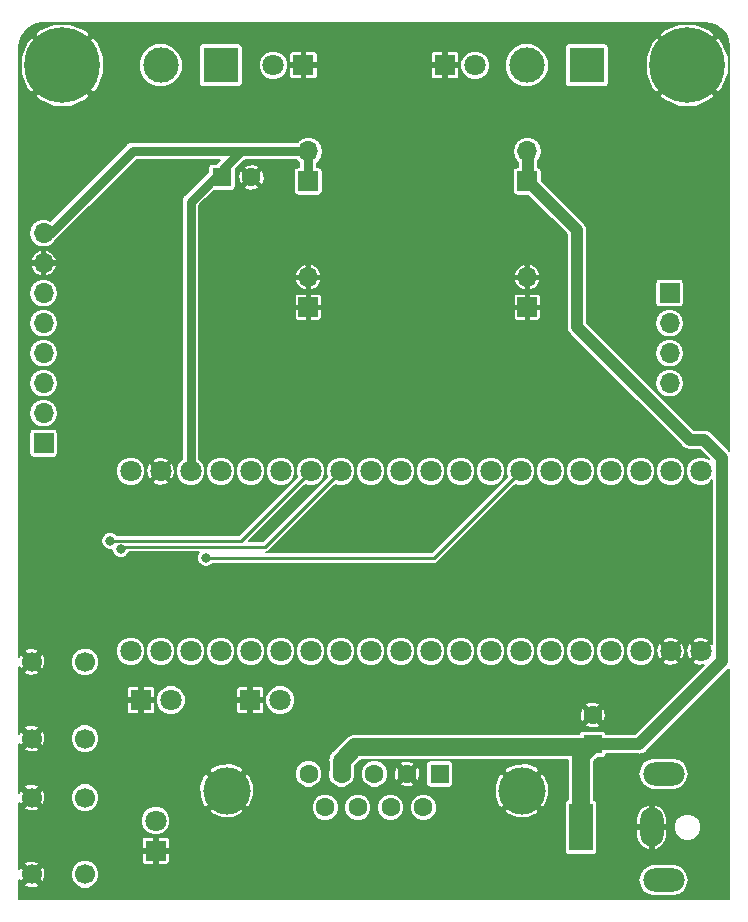
<source format=gbl>
G04 #@! TF.GenerationSoftware,KiCad,Pcbnew,5.0.2-bee76a0~70~ubuntu18.04.1*
G04 #@! TF.CreationDate,2019-01-09T05:41:56+01:00*
G04 #@! TF.ProjectId,IGM400,49474d34-3030-42e6-9b69-6361645f7063,rev?*
G04 #@! TF.SameCoordinates,Original*
G04 #@! TF.FileFunction,Copper,L2,Bot*
G04 #@! TF.FilePolarity,Positive*
%FSLAX46Y46*%
G04 Gerber Fmt 4.6, Leading zero omitted, Abs format (unit mm)*
G04 Created by KiCad (PCBNEW 5.0.2-bee76a0~70~ubuntu18.04.1) date Mi 09 Jan 2019 05:41:56 CET*
%MOMM*%
%LPD*%
G01*
G04 APERTURE LIST*
G04 #@! TA.AperFunction,ComponentPad*
%ADD10C,1.800000*%
G04 #@! TD*
G04 #@! TA.AperFunction,ComponentPad*
%ADD11C,0.800000*%
G04 #@! TD*
G04 #@! TA.AperFunction,ComponentPad*
%ADD12C,6.400000*%
G04 #@! TD*
G04 #@! TA.AperFunction,ComponentPad*
%ADD13C,1.600000*%
G04 #@! TD*
G04 #@! TA.AperFunction,ComponentPad*
%ADD14R,1.600000X1.600000*%
G04 #@! TD*
G04 #@! TA.AperFunction,ComponentPad*
%ADD15O,1.700000X1.700000*%
G04 #@! TD*
G04 #@! TA.AperFunction,ComponentPad*
%ADD16R,1.700000X1.700000*%
G04 #@! TD*
G04 #@! TA.AperFunction,ComponentPad*
%ADD17R,1.800000X1.800000*%
G04 #@! TD*
G04 #@! TA.AperFunction,ComponentPad*
%ADD18C,3.000000*%
G04 #@! TD*
G04 #@! TA.AperFunction,ComponentPad*
%ADD19R,3.000000X3.000000*%
G04 #@! TD*
G04 #@! TA.AperFunction,ComponentPad*
%ADD20C,1.700000*%
G04 #@! TD*
G04 #@! TA.AperFunction,ComponentPad*
%ADD21R,2.000000X4.000000*%
G04 #@! TD*
G04 #@! TA.AperFunction,ComponentPad*
%ADD22O,2.000000X3.300000*%
G04 #@! TD*
G04 #@! TA.AperFunction,ComponentPad*
%ADD23O,3.500000X2.000000*%
G04 #@! TD*
G04 #@! TA.AperFunction,ComponentPad*
%ADD24C,4.000000*%
G04 #@! TD*
G04 #@! TA.AperFunction,ViaPad*
%ADD25C,0.800000*%
G04 #@! TD*
G04 #@! TA.AperFunction,Conductor*
%ADD26C,1.500000*%
G04 #@! TD*
G04 #@! TA.AperFunction,Conductor*
%ADD27C,1.000000*%
G04 #@! TD*
G04 #@! TA.AperFunction,Conductor*
%ADD28C,0.250000*%
G04 #@! TD*
G04 #@! TA.AperFunction,Conductor*
%ADD29C,0.800000*%
G04 #@! TD*
G04 #@! TA.AperFunction,Conductor*
%ADD30C,0.200000*%
G04 #@! TD*
G04 APERTURE END LIST*
D10*
G04 #@! TO.P,U1,PB12*
G04 #@! TO.N,Net-(U1-PadPB12)*
X107630000Y-93380000D03*
G04 #@! TO.P,U1,PB13*
G04 #@! TO.N,Net-(U1-PadPB13)*
X105090000Y-93380000D03*
G04 #@! TO.P,U1,PB14*
G04 #@! TO.N,Net-(U1-PadPB14)*
X102550000Y-93380000D03*
G04 #@! TO.P,U1,PB15*
G04 #@! TO.N,Net-(U1-PadPB15)*
X100010000Y-93380000D03*
G04 #@! TO.P,U1,PA8*
G04 #@! TO.N,EN*
X97470000Y-93380000D03*
G04 #@! TO.P,U1,PA9*
G04 #@! TO.N,MODE*
X94930000Y-93380000D03*
G04 #@! TO.P,U1,PA10*
G04 #@! TO.N,STATUS_OC*
X92390000Y-93380000D03*
G04 #@! TO.P,U1,PA11*
G04 #@! TO.N,Net-(U1-PadPA11)*
X89850000Y-93380000D03*
G04 #@! TO.P,U1,PA12*
G04 #@! TO.N,Net-(U1-PadPA12)*
X87310000Y-93380000D03*
G04 #@! TO.P,U1,PA15*
G04 #@! TO.N,Net-(U1-PadPA15)*
X84770000Y-93380000D03*
G04 #@! TO.P,U1,PB3*
G04 #@! TO.N,OUT2*
X82230000Y-93380000D03*
G04 #@! TO.P,U1,PB4*
G04 #@! TO.N,OUT1*
X79690000Y-93380000D03*
G04 #@! TO.P,U1,PB5*
G04 #@! TO.N,BUTTON_I*
X77150000Y-93380000D03*
G04 #@! TO.P,U1,PB6*
G04 #@! TO.N,BUTTON_PWR*
X74610000Y-93380000D03*
G04 #@! TO.P,U1,PB7*
G04 #@! TO.N,I_HIGH*
X72070000Y-93380000D03*
G04 #@! TO.P,U1,PB8*
G04 #@! TO.N,I_LOW*
X69530000Y-93380000D03*
G04 #@! TO.P,U1,PB9*
G04 #@! TO.N,PWR*
X66990000Y-93380000D03*
G04 #@! TO.P,U1,G*
G04 #@! TO.N,GND*
X61910000Y-93380000D03*
G04 #@! TO.P,U1,3V3*
G04 #@! TO.N,+3V3*
X59370000Y-93380000D03*
G04 #@! TO.P,U1,VBAT*
G04 #@! TO.N,Net-(U1-PadVBAT)*
X59370000Y-108620000D03*
G04 #@! TO.P,U1,PC13*
G04 #@! TO.N,Net-(U1-PadPC13)*
X61910000Y-108620000D03*
G04 #@! TO.P,U1,PC14*
G04 #@! TO.N,Net-(U1-PadPC14)*
X64450000Y-108620000D03*
G04 #@! TO.P,U1,PC15*
G04 #@! TO.N,Net-(U1-PadPC15)*
X66990000Y-108620000D03*
G04 #@! TO.P,U1,PA0*
G04 #@! TO.N,A_REF*
X69530000Y-108620000D03*
G04 #@! TO.P,U1,PA1*
G04 #@! TO.N,A_IN*
X72070000Y-108620000D03*
G04 #@! TO.P,U1,PA2*
G04 #@! TO.N,CS*
X74610000Y-108620000D03*
G04 #@! TO.P,U1,PA3*
G04 #@! TO.N,DC*
X77150000Y-108620000D03*
G04 #@! TO.P,U1,PA4*
G04 #@! TO.N,RESET*
X79690000Y-108620000D03*
G04 #@! TO.P,U1,PA5*
G04 #@! TO.N,SCK*
X82230000Y-108620000D03*
G04 #@! TO.P,U1,PA6*
G04 #@! TO.N,Net-(U1-PadPA6)*
X84770000Y-108620000D03*
G04 #@! TO.P,U1,PA7*
G04 #@! TO.N,MOSI*
X87310000Y-108620000D03*
G04 #@! TO.P,U1,PB0*
G04 #@! TO.N,B_IN*
X89850000Y-108620000D03*
G04 #@! TO.P,U1,PB1*
G04 #@! TO.N,C_IN*
X92390000Y-108620000D03*
G04 #@! TO.P,U1,PB10*
G04 #@! TO.N,Net-(U1-PadPB10)*
X94930000Y-108620000D03*
G04 #@! TO.P,U1,PB11*
G04 #@! TO.N,Net-(U1-PadPB11)*
X97470000Y-108620000D03*
G04 #@! TO.P,U1,NRST*
G04 #@! TO.N,Net-(U1-PadNRST)*
X100010000Y-108620000D03*
G04 #@! TO.P,U1,3V3*
G04 #@! TO.N,+3V3*
X102550000Y-108620000D03*
G04 #@! TO.P,U1,G*
G04 #@! TO.N,GND*
X105090000Y-108620000D03*
X107630000Y-108620000D03*
G04 #@! TO.P,U1,5V*
G04 #@! TO.N,+5V*
X64450000Y-93380000D03*
G04 #@! TD*
D11*
G04 #@! TO.P,H1,1*
G04 #@! TO.N,GND*
X55297056Y-57302944D03*
X53600000Y-56600000D03*
X51902944Y-57302944D03*
X51200000Y-59000000D03*
X51902944Y-60697056D03*
X53600000Y-61400000D03*
X55297056Y-60697056D03*
X56000000Y-59000000D03*
D12*
X53600000Y-59000000D03*
G04 #@! TD*
G04 #@! TO.P,H2,1*
G04 #@! TO.N,GND*
X106500000Y-59000000D03*
D11*
X108900000Y-59000000D03*
X108197056Y-60697056D03*
X106500000Y-61400000D03*
X104802944Y-60697056D03*
X104100000Y-59000000D03*
X104802944Y-57302944D03*
X106500000Y-56600000D03*
X108197056Y-57302944D03*
G04 #@! TD*
D13*
G04 #@! TO.P,C5,2*
G04 #@! TO.N,GND*
X98500000Y-114000000D03*
D14*
G04 #@! TO.P,C5,1*
G04 #@! TO.N,+24V*
X98500000Y-116500000D03*
G04 #@! TD*
G04 #@! TO.P,C6,1*
G04 #@! TO.N,+5V*
X67100000Y-68500000D03*
D13*
G04 #@! TO.P,C6,2*
G04 #@! TO.N,GND*
X69600000Y-68500000D03*
G04 #@! TD*
D15*
G04 #@! TO.P,J7,2*
G04 #@! TO.N,+24V*
X92964000Y-66294000D03*
D16*
G04 #@! TO.P,J7,1*
X92964000Y-68834000D03*
G04 #@! TD*
G04 #@! TO.P,J9,1*
G04 #@! TO.N,+5V*
X74422000Y-68834000D03*
D15*
G04 #@! TO.P,J9,2*
X74422000Y-66294000D03*
G04 #@! TD*
G04 #@! TO.P,J10,2*
G04 #@! TO.N,GND*
X92963999Y-76962000D03*
D16*
G04 #@! TO.P,J10,1*
X92963999Y-79502000D03*
G04 #@! TD*
G04 #@! TO.P,J8,1*
G04 #@! TO.N,GND*
X74422000Y-79501999D03*
D15*
G04 #@! TO.P,J8,2*
X74422000Y-76961999D03*
G04 #@! TD*
D10*
G04 #@! TO.P,D5,2*
G04 #@! TO.N,Net-(D5-Pad2)*
X88540000Y-59000000D03*
D17*
G04 #@! TO.P,D5,1*
G04 #@! TO.N,GND*
X86000000Y-59000000D03*
G04 #@! TD*
G04 #@! TO.P,D4,1*
G04 #@! TO.N,GND*
X74000000Y-59000000D03*
D10*
G04 #@! TO.P,D4,2*
G04 #@! TO.N,Net-(D4-Pad2)*
X71460000Y-59000000D03*
G04 #@! TD*
D18*
G04 #@! TO.P,J6,2*
G04 #@! TO.N,Net-(J6-Pad2)*
X92920000Y-59000000D03*
D19*
G04 #@! TO.P,J6,1*
G04 #@! TO.N,Net-(J6-Pad1)*
X98000000Y-59000000D03*
G04 #@! TD*
G04 #@! TO.P,J2,1*
G04 #@! TO.N,Net-(J2-Pad1)*
X67000000Y-59000000D03*
D18*
G04 #@! TO.P,J2,2*
G04 #@! TO.N,Net-(J2-Pad2)*
X61920000Y-59000000D03*
G04 #@! TD*
D20*
G04 #@! TO.P,SW2,4*
G04 #@! TO.N,GND*
X51000000Y-127500000D03*
G04 #@! TO.P,SW2,3*
X51000000Y-121000000D03*
G04 #@! TO.P,SW2,2*
G04 #@! TO.N,BUTTON_I*
X55500000Y-127500000D03*
G04 #@! TO.P,SW2,1*
X55500000Y-121000000D03*
G04 #@! TD*
D17*
G04 #@! TO.P,D3,1*
G04 #@! TO.N,GND*
X69500000Y-112750000D03*
D10*
G04 #@! TO.P,D3,2*
G04 #@! TO.N,Net-(D3-Pad2)*
X72040000Y-112750000D03*
G04 #@! TD*
G04 #@! TO.P,D2,2*
G04 #@! TO.N,Net-(D2-Pad2)*
X62790000Y-112750000D03*
D17*
G04 #@! TO.P,D2,1*
G04 #@! TO.N,GND*
X60250000Y-112750000D03*
G04 #@! TD*
G04 #@! TO.P,D1,1*
G04 #@! TO.N,GND*
X61500000Y-125500000D03*
D10*
G04 #@! TO.P,D1,2*
G04 #@! TO.N,Net-(D1-Pad2)*
X61500000Y-122960000D03*
G04 #@! TD*
D20*
G04 #@! TO.P,SW1,4*
G04 #@! TO.N,GND*
X51000000Y-116000000D03*
G04 #@! TO.P,SW1,3*
X51000000Y-109500000D03*
G04 #@! TO.P,SW1,2*
G04 #@! TO.N,BUTTON_PWR*
X55500000Y-116000000D03*
G04 #@! TO.P,SW1,1*
X55500000Y-109500000D03*
G04 #@! TD*
D21*
G04 #@! TO.P,J1,1*
G04 #@! TO.N,+24V*
X97500000Y-123500000D03*
D22*
G04 #@! TO.P,J1,2*
G04 #@! TO.N,GND*
X103500000Y-123500000D03*
D23*
G04 #@! TO.P,J1,MP*
G04 #@! TO.N,N/C*
X104500000Y-128000000D03*
X104500000Y-119000000D03*
G04 #@! TD*
D14*
G04 #@! TO.P,J3,1*
G04 #@! TO.N,Net-(J3-Pad1)*
X85540000Y-119000000D03*
D13*
G04 #@! TO.P,J3,2*
G04 #@! TO.N,GND*
X82770000Y-119000000D03*
G04 #@! TO.P,J3,3*
G04 #@! TO.N,DB9_A_IN*
X80000000Y-119000000D03*
G04 #@! TO.P,J3,4*
G04 #@! TO.N,+24V*
X77230000Y-119000000D03*
G04 #@! TO.P,J3,5*
G04 #@! TO.N,DB9_B_IN*
X74460000Y-119000000D03*
G04 #@! TO.P,J3,6*
G04 #@! TO.N,DB9_C_IN*
X84155000Y-121840000D03*
G04 #@! TO.P,J3,7*
G04 #@! TO.N,DB9_REF*
X81385000Y-121840000D03*
G04 #@! TO.P,J3,8*
G04 #@! TO.N,Net-(J3-Pad8)*
X78615000Y-121840000D03*
G04 #@! TO.P,J3,9*
G04 #@! TO.N,STATUS_OC*
X75845000Y-121840000D03*
D24*
G04 #@! TO.P,J3,0*
G04 #@! TO.N,GND*
X67500000Y-120420000D03*
X92500000Y-120420000D03*
G04 #@! TD*
D16*
G04 #@! TO.P,J5,1*
G04 #@! TO.N,Net-(J5-Pad1)*
X105000000Y-78295500D03*
D15*
G04 #@! TO.P,J5,2*
G04 #@! TO.N,Net-(J5-Pad2)*
X105000000Y-80835500D03*
G04 #@! TO.P,J5,3*
G04 #@! TO.N,Net-(J5-Pad3)*
X105000000Y-83375500D03*
G04 #@! TO.P,J5,4*
G04 #@! TO.N,Net-(J5-Pad4)*
X105000000Y-85915500D03*
G04 #@! TD*
D16*
G04 #@! TO.P,J4,1*
G04 #@! TO.N,Net-(J4-Pad1)*
X52000000Y-91000000D03*
D15*
G04 #@! TO.P,J4,2*
G04 #@! TO.N,SCK*
X52000000Y-88460000D03*
G04 #@! TO.P,J4,3*
G04 #@! TO.N,MOSI*
X52000000Y-85920000D03*
G04 #@! TO.P,J4,4*
G04 #@! TO.N,DC*
X52000000Y-83380000D03*
G04 #@! TO.P,J4,5*
G04 #@! TO.N,RESET*
X52000000Y-80840000D03*
G04 #@! TO.P,J4,6*
G04 #@! TO.N,CS*
X52000000Y-78300000D03*
G04 #@! TO.P,J4,7*
G04 #@! TO.N,GND*
X52000000Y-75760000D03*
G04 #@! TO.P,J4,8*
G04 #@! TO.N,+5V*
X52000000Y-73220000D03*
G04 #@! TD*
D25*
G04 #@! TO.N,STATUS_OC*
X65722500Y-100711000D03*
G04 #@! TO.N,BUTTON_I*
X58547000Y-99975500D03*
G04 #@! TO.N,GND*
X109500000Y-129000000D03*
X109500000Y-124000000D03*
X109500000Y-119000000D03*
X109500000Y-114000000D03*
X109500000Y-89000000D03*
X109500000Y-84000000D03*
X109500000Y-79000000D03*
X109500000Y-74000000D03*
X109500000Y-69000000D03*
X109500000Y-64000000D03*
X101500000Y-56000000D03*
X93500000Y-56000000D03*
X88000000Y-56000000D03*
X82000000Y-56000000D03*
X76500000Y-56000000D03*
X70500000Y-56000000D03*
X60000000Y-56000000D03*
X65000000Y-56000000D03*
X50500000Y-64000000D03*
X50500000Y-69000000D03*
X50500000Y-74000000D03*
X50500000Y-79000000D03*
X50500000Y-94000000D03*
X50500000Y-99000000D03*
X50500000Y-104000000D03*
X55000000Y-129000000D03*
X60000000Y-129000000D03*
X65000000Y-129000000D03*
X70000000Y-129000000D03*
X75000000Y-129000000D03*
X80000000Y-129000000D03*
X85000000Y-129000000D03*
X90000000Y-129000000D03*
X95000000Y-129000000D03*
X100000000Y-129000000D03*
X88500000Y-69000000D03*
X82000000Y-62000000D03*
X81500000Y-70000000D03*
X69000000Y-74000000D03*
X58000000Y-77000000D03*
X58000000Y-71500000D03*
X54000000Y-68000000D03*
X67500000Y-64000000D03*
X63000000Y-64000000D03*
X66500000Y-61500000D03*
X84000000Y-74000000D03*
X99500000Y-64000000D03*
X95000000Y-62000000D03*
X89500000Y-64500000D03*
X103500000Y-74500000D03*
X99000000Y-74500000D03*
X102000000Y-79000000D03*
X103000000Y-82000000D03*
X95500000Y-84000000D03*
X92000000Y-86500000D03*
X99000000Y-88000000D03*
X87500000Y-84500000D03*
X75000000Y-83000000D03*
X80500000Y-87000000D03*
X67500000Y-87000000D03*
X67000000Y-84000000D03*
X61500000Y-83000000D03*
X58500000Y-87000000D03*
X84000000Y-97500000D03*
X81500000Y-96000000D03*
X78000000Y-98500000D03*
X74500000Y-99000000D03*
X66500000Y-96000000D03*
X55000000Y-96000000D03*
X59000000Y-106500000D03*
X53500000Y-107000000D03*
X64000000Y-104000000D03*
X69000000Y-104000000D03*
X67500000Y-106500000D03*
X81500000Y-103000000D03*
X84000000Y-105000000D03*
X88500000Y-104500000D03*
X91000000Y-98500000D03*
X102500000Y-97500000D03*
X95000000Y-99500000D03*
X95000000Y-106500000D03*
X103500000Y-105500000D03*
X103500000Y-111500000D03*
X99000000Y-111500000D03*
X94500000Y-111500000D03*
X69000000Y-124500000D03*
X89000000Y-124500000D03*
X72500000Y-117000000D03*
X64500000Y-116000000D03*
X59500000Y-116500000D03*
X58500000Y-121500000D03*
X65500000Y-125500000D03*
X101000000Y-125500000D03*
X101000000Y-120500000D03*
X108000000Y-121000000D03*
X108000000Y-126500000D03*
X79000000Y-110000000D03*
X84600000Y-112600000D03*
X85800000Y-113200000D03*
G04 #@! TO.N,BUTTON_PWR*
X57658000Y-99250500D03*
G04 #@! TD*
D26*
G04 #@! TO.N,+24V*
X77230000Y-117868630D02*
X78385630Y-116713000D01*
X77230000Y-119000000D02*
X77230000Y-117868630D01*
X78385630Y-116713000D02*
X98298000Y-116713000D01*
X98298000Y-116713000D02*
X97536000Y-117475000D01*
X97536000Y-117475000D02*
X97536000Y-123507500D01*
D27*
X93027500Y-68834000D02*
X93027500Y-66421000D01*
X97155000Y-72961500D02*
X93027500Y-68834000D01*
X102448000Y-116500000D02*
X109474000Y-109474000D01*
X98500000Y-116500000D02*
X102448000Y-116500000D01*
X97155000Y-81155000D02*
X97155000Y-72961500D01*
X109474000Y-109474000D02*
X109474000Y-92274000D01*
X109474000Y-92274000D02*
X107900000Y-90700000D01*
X107900000Y-90700000D02*
X106700000Y-90700000D01*
X106700000Y-90700000D02*
X97155000Y-81155000D01*
D28*
G04 #@! TO.N,STATUS_OC*
X92390000Y-93380000D02*
X85059000Y-100711000D01*
X85059000Y-100711000D02*
X65722500Y-100711000D01*
D29*
G04 #@! TO.N,+5V*
X74422000Y-68834000D02*
X74422000Y-67184000D01*
X74422000Y-67184000D02*
X74422000Y-66484500D01*
X74422000Y-66484500D02*
X74168000Y-66230500D01*
X74168000Y-66230500D02*
X68262500Y-66230500D01*
X68262500Y-66230500D02*
X59563000Y-66230500D01*
X59563000Y-66230500D02*
X52514500Y-73279000D01*
X64452500Y-70547500D02*
X64452500Y-93408500D01*
X68326000Y-66294000D02*
X68706000Y-66294000D01*
X68706000Y-66294000D02*
X64452500Y-70547500D01*
D28*
X67100000Y-68500000D02*
X67100000Y-67800000D01*
G04 #@! TO.N,BUTTON_I*
X77150000Y-93380000D02*
X70771500Y-99758500D01*
X70771500Y-99758500D02*
X58764000Y-99758500D01*
X58764000Y-99758500D02*
X58547000Y-99975500D01*
G04 #@! TO.N,BUTTON_PWR*
X74610000Y-93380000D02*
X68739500Y-99250500D01*
X68739500Y-99250500D02*
X57658000Y-99250500D01*
G04 #@! TD*
D30*
G04 #@! TO.N,GND*
G36*
X108515193Y-55493462D02*
X108998012Y-55684624D01*
X109418124Y-55989852D01*
X109749128Y-56389970D01*
X109970230Y-56859834D01*
X110071328Y-57389807D01*
X110075001Y-57506698D01*
X110075000Y-62041857D01*
X110075001Y-62041862D01*
X110075001Y-91653289D01*
X110015845Y-91613763D01*
X108560239Y-90158158D01*
X108512816Y-90087184D01*
X108231653Y-89899318D01*
X107983715Y-89850000D01*
X107983714Y-89850000D01*
X107900000Y-89833348D01*
X107816286Y-89850000D01*
X107052081Y-89850000D01*
X103117581Y-85915500D01*
X103776491Y-85915500D01*
X103869625Y-86383717D01*
X104134848Y-86780652D01*
X104531783Y-87045875D01*
X104881812Y-87115500D01*
X105118188Y-87115500D01*
X105468217Y-87045875D01*
X105865152Y-86780652D01*
X106130375Y-86383717D01*
X106223509Y-85915500D01*
X106130375Y-85447283D01*
X105865152Y-85050348D01*
X105468217Y-84785125D01*
X105118188Y-84715500D01*
X104881812Y-84715500D01*
X104531783Y-84785125D01*
X104134848Y-85050348D01*
X103869625Y-85447283D01*
X103776491Y-85915500D01*
X103117581Y-85915500D01*
X100577581Y-83375500D01*
X103776491Y-83375500D01*
X103869625Y-83843717D01*
X104134848Y-84240652D01*
X104531783Y-84505875D01*
X104881812Y-84575500D01*
X105118188Y-84575500D01*
X105468217Y-84505875D01*
X105865152Y-84240652D01*
X106130375Y-83843717D01*
X106223509Y-83375500D01*
X106130375Y-82907283D01*
X105865152Y-82510348D01*
X105468217Y-82245125D01*
X105118188Y-82175500D01*
X104881812Y-82175500D01*
X104531783Y-82245125D01*
X104134848Y-82510348D01*
X103869625Y-82907283D01*
X103776491Y-83375500D01*
X100577581Y-83375500D01*
X98037581Y-80835500D01*
X103776491Y-80835500D01*
X103869625Y-81303717D01*
X104134848Y-81700652D01*
X104531783Y-81965875D01*
X104881812Y-82035500D01*
X105118188Y-82035500D01*
X105468217Y-81965875D01*
X105865152Y-81700652D01*
X106130375Y-81303717D01*
X106223509Y-80835500D01*
X106130375Y-80367283D01*
X105865152Y-79970348D01*
X105468217Y-79705125D01*
X105118188Y-79635500D01*
X104881812Y-79635500D01*
X104531783Y-79705125D01*
X104134848Y-79970348D01*
X103869625Y-80367283D01*
X103776491Y-80835500D01*
X98037581Y-80835500D01*
X98005000Y-80802919D01*
X98005000Y-77445500D01*
X103793144Y-77445500D01*
X103793144Y-79145500D01*
X103820308Y-79282063D01*
X103897665Y-79397835D01*
X104013437Y-79475192D01*
X104150000Y-79502356D01*
X105850000Y-79502356D01*
X105986563Y-79475192D01*
X106102335Y-79397835D01*
X106179692Y-79282063D01*
X106206856Y-79145500D01*
X106206856Y-77445500D01*
X106179692Y-77308937D01*
X106102335Y-77193165D01*
X105986563Y-77115808D01*
X105850000Y-77088644D01*
X104150000Y-77088644D01*
X104013437Y-77115808D01*
X103897665Y-77193165D01*
X103820308Y-77308937D01*
X103793144Y-77445500D01*
X98005000Y-77445500D01*
X98005000Y-73045213D01*
X98021652Y-72961499D01*
X97989707Y-72800902D01*
X97955682Y-72629847D01*
X97767816Y-72348684D01*
X97696842Y-72301261D01*
X94170856Y-68775275D01*
X94170856Y-67984000D01*
X94143692Y-67847437D01*
X94066335Y-67731665D01*
X93950563Y-67654308D01*
X93877500Y-67639775D01*
X93877500Y-67086794D01*
X94094375Y-66762217D01*
X94187509Y-66294000D01*
X94094375Y-65825783D01*
X93829152Y-65428848D01*
X93432217Y-65163625D01*
X93082188Y-65094000D01*
X92845812Y-65094000D01*
X92495783Y-65163625D01*
X92098848Y-65428848D01*
X91833625Y-65825783D01*
X91740491Y-66294000D01*
X91833625Y-66762217D01*
X92098848Y-67159152D01*
X92177501Y-67211706D01*
X92177501Y-67627144D01*
X92114000Y-67627144D01*
X91977437Y-67654308D01*
X91861665Y-67731665D01*
X91784308Y-67847437D01*
X91757144Y-67984000D01*
X91757144Y-69684000D01*
X91784308Y-69820563D01*
X91861665Y-69936335D01*
X91977437Y-70013692D01*
X92114000Y-70040856D01*
X93032275Y-70040856D01*
X96305001Y-73313582D01*
X96305000Y-81071286D01*
X96288348Y-81155000D01*
X96305000Y-81238714D01*
X96354318Y-81486652D01*
X96542184Y-81767816D01*
X96613158Y-81815239D01*
X106039761Y-91241842D01*
X106087184Y-91312816D01*
X106368347Y-91500682D01*
X106616285Y-91550000D01*
X106699999Y-91566652D01*
X106783713Y-91550000D01*
X107547919Y-91550000D01*
X108304184Y-92306266D01*
X107878640Y-92130000D01*
X107381360Y-92130000D01*
X106921932Y-92320301D01*
X106570301Y-92671932D01*
X106380000Y-93131360D01*
X106380000Y-93628640D01*
X106570301Y-94088068D01*
X106921932Y-94439699D01*
X107381360Y-94630000D01*
X107878640Y-94630000D01*
X108338068Y-94439699D01*
X108624001Y-94153766D01*
X108624000Y-107978247D01*
X108543679Y-107924110D01*
X107847789Y-108620000D01*
X107861931Y-108634142D01*
X107644142Y-108851931D01*
X107630000Y-108837789D01*
X106934110Y-109533679D01*
X107041148Y-109692487D01*
X107496394Y-109836192D01*
X107949190Y-109796729D01*
X102095919Y-115650000D01*
X99646910Y-115650000D01*
X99629692Y-115563437D01*
X99552335Y-115447665D01*
X99436563Y-115370308D01*
X99300000Y-115343144D01*
X97700000Y-115343144D01*
X97563437Y-115370308D01*
X97447665Y-115447665D01*
X97370308Y-115563437D01*
X97360449Y-115613000D01*
X78493969Y-115613000D01*
X78385630Y-115591450D01*
X78277291Y-115613000D01*
X77956431Y-115676823D01*
X77592574Y-115919944D01*
X77531202Y-116011794D01*
X76528792Y-117014204D01*
X76436945Y-117075574D01*
X76286989Y-117300000D01*
X76193823Y-117439432D01*
X76108450Y-117868630D01*
X76130000Y-117976969D01*
X76130000Y-118650540D01*
X76080000Y-118771251D01*
X76080000Y-119228749D01*
X76255077Y-119651423D01*
X76578577Y-119974923D01*
X77001251Y-120150000D01*
X77458749Y-120150000D01*
X77881423Y-119974923D01*
X78204923Y-119651423D01*
X78380000Y-119228749D01*
X78380000Y-118771251D01*
X78850000Y-118771251D01*
X78850000Y-119228749D01*
X79025077Y-119651423D01*
X79348577Y-119974923D01*
X79771251Y-120150000D01*
X80228749Y-120150000D01*
X80651423Y-119974923D01*
X80785485Y-119840861D01*
X82146928Y-119840861D01*
X82241602Y-119989278D01*
X82660403Y-120116183D01*
X83095891Y-120073160D01*
X83298398Y-119989278D01*
X83393072Y-119840861D01*
X82770000Y-119217789D01*
X82146928Y-119840861D01*
X80785485Y-119840861D01*
X80974923Y-119651423D01*
X81150000Y-119228749D01*
X81150000Y-118890403D01*
X81653817Y-118890403D01*
X81696840Y-119325891D01*
X81780722Y-119528398D01*
X81929139Y-119623072D01*
X82552211Y-119000000D01*
X82987789Y-119000000D01*
X83610861Y-119623072D01*
X83759278Y-119528398D01*
X83886183Y-119109597D01*
X83843160Y-118674109D01*
X83759278Y-118471602D01*
X83610861Y-118376928D01*
X82987789Y-119000000D01*
X82552211Y-119000000D01*
X81929139Y-118376928D01*
X81780722Y-118471602D01*
X81653817Y-118890403D01*
X81150000Y-118890403D01*
X81150000Y-118771251D01*
X80974923Y-118348577D01*
X80785485Y-118159139D01*
X82146928Y-118159139D01*
X82770000Y-118782211D01*
X83352211Y-118200000D01*
X84383144Y-118200000D01*
X84383144Y-119800000D01*
X84410308Y-119936563D01*
X84487665Y-120052335D01*
X84603437Y-120129692D01*
X84740000Y-120156856D01*
X86340000Y-120156856D01*
X86476563Y-120129692D01*
X86592335Y-120052335D01*
X86611613Y-120023483D01*
X90188706Y-120023483D01*
X90212902Y-120938160D01*
X90516383Y-121670828D01*
X90789629Y-121912582D01*
X92282211Y-120420000D01*
X92717789Y-120420000D01*
X94210371Y-121912582D01*
X94483617Y-121670828D01*
X94811294Y-120816517D01*
X94787098Y-119901840D01*
X94483617Y-119169172D01*
X94210371Y-118927418D01*
X92717789Y-120420000D01*
X92282211Y-120420000D01*
X90789629Y-118927418D01*
X90516383Y-119169172D01*
X90188706Y-120023483D01*
X86611613Y-120023483D01*
X86669692Y-119936563D01*
X86696856Y-119800000D01*
X86696856Y-118709629D01*
X91007418Y-118709629D01*
X92500000Y-120202211D01*
X93992582Y-118709629D01*
X93750828Y-118436383D01*
X92896517Y-118108706D01*
X91981840Y-118132902D01*
X91249172Y-118436383D01*
X91007418Y-118709629D01*
X86696856Y-118709629D01*
X86696856Y-118200000D01*
X86669692Y-118063437D01*
X86592335Y-117947665D01*
X86476563Y-117870308D01*
X86340000Y-117843144D01*
X84740000Y-117843144D01*
X84603437Y-117870308D01*
X84487665Y-117947665D01*
X84410308Y-118063437D01*
X84383144Y-118200000D01*
X83352211Y-118200000D01*
X83393072Y-118159139D01*
X83298398Y-118010722D01*
X82879597Y-117883817D01*
X82444109Y-117926840D01*
X82241602Y-118010722D01*
X82146928Y-118159139D01*
X80785485Y-118159139D01*
X80651423Y-118025077D01*
X80228749Y-117850000D01*
X79771251Y-117850000D01*
X79348577Y-118025077D01*
X79025077Y-118348577D01*
X78850000Y-118771251D01*
X78380000Y-118771251D01*
X78330000Y-118650540D01*
X78330000Y-118324264D01*
X78841264Y-117813000D01*
X96436000Y-117813000D01*
X96436001Y-121155874D01*
X96363437Y-121170308D01*
X96247665Y-121247665D01*
X96170308Y-121363437D01*
X96143144Y-121500000D01*
X96143144Y-125500000D01*
X96170308Y-125636563D01*
X96247665Y-125752335D01*
X96363437Y-125829692D01*
X96500000Y-125856856D01*
X98500000Y-125856856D01*
X98636563Y-125829692D01*
X98752335Y-125752335D01*
X98829692Y-125636563D01*
X98856856Y-125500000D01*
X98856856Y-123654000D01*
X102200000Y-123654000D01*
X102200000Y-124304000D01*
X102357890Y-124789766D01*
X102689656Y-125178133D01*
X103145963Y-125400863D01*
X103346000Y-125365281D01*
X103346000Y-123654000D01*
X103654000Y-123654000D01*
X103654000Y-125365281D01*
X103854037Y-125400863D01*
X104310344Y-125178133D01*
X104642110Y-124789766D01*
X104800000Y-124304000D01*
X104800000Y-123654000D01*
X103654000Y-123654000D01*
X103346000Y-123654000D01*
X102200000Y-123654000D01*
X98856856Y-123654000D01*
X98856856Y-122696000D01*
X102200000Y-122696000D01*
X102200000Y-123346000D01*
X103346000Y-123346000D01*
X103346000Y-121634719D01*
X103654000Y-121634719D01*
X103654000Y-123346000D01*
X104800000Y-123346000D01*
X104800000Y-123271251D01*
X105350000Y-123271251D01*
X105350000Y-123728749D01*
X105525077Y-124151423D01*
X105848577Y-124474923D01*
X106271251Y-124650000D01*
X106728749Y-124650000D01*
X107151423Y-124474923D01*
X107474923Y-124151423D01*
X107650000Y-123728749D01*
X107650000Y-123271251D01*
X107474923Y-122848577D01*
X107151423Y-122525077D01*
X106728749Y-122350000D01*
X106271251Y-122350000D01*
X105848577Y-122525077D01*
X105525077Y-122848577D01*
X105350000Y-123271251D01*
X104800000Y-123271251D01*
X104800000Y-122696000D01*
X104642110Y-122210234D01*
X104310344Y-121821867D01*
X103854037Y-121599137D01*
X103654000Y-121634719D01*
X103346000Y-121634719D01*
X103145963Y-121599137D01*
X102689656Y-121821867D01*
X102357890Y-122210234D01*
X102200000Y-122696000D01*
X98856856Y-122696000D01*
X98856856Y-121500000D01*
X98829692Y-121363437D01*
X98752335Y-121247665D01*
X98636563Y-121170308D01*
X98636000Y-121170196D01*
X98636000Y-119000000D01*
X102373552Y-119000000D01*
X102478328Y-119526744D01*
X102776704Y-119973296D01*
X103223256Y-120271672D01*
X103617037Y-120350000D01*
X105382963Y-120350000D01*
X105776744Y-120271672D01*
X106223296Y-119973296D01*
X106521672Y-119526744D01*
X106626448Y-119000000D01*
X106521672Y-118473256D01*
X106223296Y-118026704D01*
X105776744Y-117728328D01*
X105382963Y-117650000D01*
X103617037Y-117650000D01*
X103223256Y-117728328D01*
X102776704Y-118026704D01*
X102478328Y-118473256D01*
X102373552Y-119000000D01*
X98636000Y-119000000D01*
X98636000Y-117930634D01*
X98909779Y-117656856D01*
X99300000Y-117656856D01*
X99436563Y-117629692D01*
X99552335Y-117552335D01*
X99629692Y-117436563D01*
X99646910Y-117350000D01*
X102364286Y-117350000D01*
X102448000Y-117366652D01*
X102531714Y-117350000D01*
X102531715Y-117350000D01*
X102779653Y-117300682D01*
X103060816Y-117112816D01*
X103108239Y-117041842D01*
X110015842Y-110134239D01*
X110075000Y-110094711D01*
X110075000Y-129575000D01*
X49925000Y-129575000D01*
X49925000Y-128377288D01*
X50340501Y-128377288D01*
X50441363Y-128530898D01*
X50878394Y-128666206D01*
X51333939Y-128623971D01*
X51558637Y-128530898D01*
X51659499Y-128377288D01*
X51000000Y-127717789D01*
X50340501Y-128377288D01*
X49925000Y-128377288D01*
X49925000Y-127952165D01*
X49969102Y-128058637D01*
X50122712Y-128159499D01*
X50782211Y-127500000D01*
X51217789Y-127500000D01*
X51877288Y-128159499D01*
X52030898Y-128058637D01*
X52166206Y-127621606D01*
X52132802Y-127261305D01*
X54300000Y-127261305D01*
X54300000Y-127738695D01*
X54482689Y-128179745D01*
X54820255Y-128517311D01*
X55261305Y-128700000D01*
X55738695Y-128700000D01*
X56179745Y-128517311D01*
X56517311Y-128179745D01*
X56591763Y-128000000D01*
X102373552Y-128000000D01*
X102478328Y-128526744D01*
X102776704Y-128973296D01*
X103223256Y-129271672D01*
X103617037Y-129350000D01*
X105382963Y-129350000D01*
X105776744Y-129271672D01*
X106223296Y-128973296D01*
X106521672Y-128526744D01*
X106626448Y-128000000D01*
X106521672Y-127473256D01*
X106223296Y-127026704D01*
X105776744Y-126728328D01*
X105382963Y-126650000D01*
X103617037Y-126650000D01*
X103223256Y-126728328D01*
X102776704Y-127026704D01*
X102478328Y-127473256D01*
X102373552Y-128000000D01*
X56591763Y-128000000D01*
X56700000Y-127738695D01*
X56700000Y-127261305D01*
X56517311Y-126820255D01*
X56179745Y-126482689D01*
X55738695Y-126300000D01*
X55261305Y-126300000D01*
X54820255Y-126482689D01*
X54482689Y-126820255D01*
X54300000Y-127261305D01*
X52132802Y-127261305D01*
X52123971Y-127166061D01*
X52030898Y-126941363D01*
X51877288Y-126840501D01*
X51217789Y-127500000D01*
X50782211Y-127500000D01*
X50122712Y-126840501D01*
X49969102Y-126941363D01*
X49925000Y-127083808D01*
X49925000Y-126622712D01*
X50340501Y-126622712D01*
X51000000Y-127282211D01*
X51659499Y-126622712D01*
X51558637Y-126469102D01*
X51121606Y-126333794D01*
X50666061Y-126376029D01*
X50441363Y-126469102D01*
X50340501Y-126622712D01*
X49925000Y-126622712D01*
X49925000Y-125729000D01*
X60300000Y-125729000D01*
X60300000Y-126459674D01*
X60345672Y-126569937D01*
X60430064Y-126654328D01*
X60540327Y-126700000D01*
X61271000Y-126700000D01*
X61346000Y-126625000D01*
X61346000Y-125654000D01*
X61654000Y-125654000D01*
X61654000Y-126625000D01*
X61729000Y-126700000D01*
X62459673Y-126700000D01*
X62569936Y-126654328D01*
X62654328Y-126569937D01*
X62700000Y-126459674D01*
X62700000Y-125729000D01*
X62625000Y-125654000D01*
X61654000Y-125654000D01*
X61346000Y-125654000D01*
X60375000Y-125654000D01*
X60300000Y-125729000D01*
X49925000Y-125729000D01*
X49925000Y-124540326D01*
X60300000Y-124540326D01*
X60300000Y-125271000D01*
X60375000Y-125346000D01*
X61346000Y-125346000D01*
X61346000Y-124375000D01*
X61654000Y-124375000D01*
X61654000Y-125346000D01*
X62625000Y-125346000D01*
X62700000Y-125271000D01*
X62700000Y-124540326D01*
X62654328Y-124430063D01*
X62569936Y-124345672D01*
X62459673Y-124300000D01*
X61729000Y-124300000D01*
X61654000Y-124375000D01*
X61346000Y-124375000D01*
X61271000Y-124300000D01*
X60540327Y-124300000D01*
X60430064Y-124345672D01*
X60345672Y-124430063D01*
X60300000Y-124540326D01*
X49925000Y-124540326D01*
X49925000Y-122711360D01*
X60250000Y-122711360D01*
X60250000Y-123208640D01*
X60440301Y-123668068D01*
X60791932Y-124019699D01*
X61251360Y-124210000D01*
X61748640Y-124210000D01*
X62208068Y-124019699D01*
X62559699Y-123668068D01*
X62750000Y-123208640D01*
X62750000Y-122711360D01*
X62559699Y-122251932D01*
X62438138Y-122130371D01*
X66007418Y-122130371D01*
X66249172Y-122403617D01*
X67103483Y-122731294D01*
X68018160Y-122707098D01*
X68750828Y-122403617D01*
X68992582Y-122130371D01*
X67500000Y-120637789D01*
X66007418Y-122130371D01*
X62438138Y-122130371D01*
X62208068Y-121900301D01*
X61748640Y-121710000D01*
X61251360Y-121710000D01*
X60791932Y-121900301D01*
X60440301Y-122251932D01*
X60250000Y-122711360D01*
X49925000Y-122711360D01*
X49925000Y-121877288D01*
X50340501Y-121877288D01*
X50441363Y-122030898D01*
X50878394Y-122166206D01*
X51333939Y-122123971D01*
X51558637Y-122030898D01*
X51659499Y-121877288D01*
X51000000Y-121217789D01*
X50340501Y-121877288D01*
X49925000Y-121877288D01*
X49925000Y-121452165D01*
X49969102Y-121558637D01*
X50122712Y-121659499D01*
X50782211Y-121000000D01*
X51217789Y-121000000D01*
X51877288Y-121659499D01*
X52030898Y-121558637D01*
X52166206Y-121121606D01*
X52132802Y-120761305D01*
X54300000Y-120761305D01*
X54300000Y-121238695D01*
X54482689Y-121679745D01*
X54820255Y-122017311D01*
X55261305Y-122200000D01*
X55738695Y-122200000D01*
X56179745Y-122017311D01*
X56517311Y-121679745D01*
X56700000Y-121238695D01*
X56700000Y-120761305D01*
X56517311Y-120320255D01*
X56220539Y-120023483D01*
X65188706Y-120023483D01*
X65212902Y-120938160D01*
X65516383Y-121670828D01*
X65789629Y-121912582D01*
X67282211Y-120420000D01*
X67717789Y-120420000D01*
X69210371Y-121912582D01*
X69483617Y-121670828D01*
X69506468Y-121611251D01*
X74695000Y-121611251D01*
X74695000Y-122068749D01*
X74870077Y-122491423D01*
X75193577Y-122814923D01*
X75616251Y-122990000D01*
X76073749Y-122990000D01*
X76496423Y-122814923D01*
X76819923Y-122491423D01*
X76995000Y-122068749D01*
X76995000Y-121611251D01*
X77465000Y-121611251D01*
X77465000Y-122068749D01*
X77640077Y-122491423D01*
X77963577Y-122814923D01*
X78386251Y-122990000D01*
X78843749Y-122990000D01*
X79266423Y-122814923D01*
X79589923Y-122491423D01*
X79765000Y-122068749D01*
X79765000Y-121611251D01*
X80235000Y-121611251D01*
X80235000Y-122068749D01*
X80410077Y-122491423D01*
X80733577Y-122814923D01*
X81156251Y-122990000D01*
X81613749Y-122990000D01*
X82036423Y-122814923D01*
X82359923Y-122491423D01*
X82535000Y-122068749D01*
X82535000Y-121611251D01*
X83005000Y-121611251D01*
X83005000Y-122068749D01*
X83180077Y-122491423D01*
X83503577Y-122814923D01*
X83926251Y-122990000D01*
X84383749Y-122990000D01*
X84806423Y-122814923D01*
X85129923Y-122491423D01*
X85279475Y-122130371D01*
X91007418Y-122130371D01*
X91249172Y-122403617D01*
X92103483Y-122731294D01*
X93018160Y-122707098D01*
X93750828Y-122403617D01*
X93992582Y-122130371D01*
X92500000Y-120637789D01*
X91007418Y-122130371D01*
X85279475Y-122130371D01*
X85305000Y-122068749D01*
X85305000Y-121611251D01*
X85129923Y-121188577D01*
X84806423Y-120865077D01*
X84383749Y-120690000D01*
X83926251Y-120690000D01*
X83503577Y-120865077D01*
X83180077Y-121188577D01*
X83005000Y-121611251D01*
X82535000Y-121611251D01*
X82359923Y-121188577D01*
X82036423Y-120865077D01*
X81613749Y-120690000D01*
X81156251Y-120690000D01*
X80733577Y-120865077D01*
X80410077Y-121188577D01*
X80235000Y-121611251D01*
X79765000Y-121611251D01*
X79589923Y-121188577D01*
X79266423Y-120865077D01*
X78843749Y-120690000D01*
X78386251Y-120690000D01*
X77963577Y-120865077D01*
X77640077Y-121188577D01*
X77465000Y-121611251D01*
X76995000Y-121611251D01*
X76819923Y-121188577D01*
X76496423Y-120865077D01*
X76073749Y-120690000D01*
X75616251Y-120690000D01*
X75193577Y-120865077D01*
X74870077Y-121188577D01*
X74695000Y-121611251D01*
X69506468Y-121611251D01*
X69811294Y-120816517D01*
X69787098Y-119901840D01*
X69483617Y-119169172D01*
X69210371Y-118927418D01*
X67717789Y-120420000D01*
X67282211Y-120420000D01*
X65789629Y-118927418D01*
X65516383Y-119169172D01*
X65188706Y-120023483D01*
X56220539Y-120023483D01*
X56179745Y-119982689D01*
X55738695Y-119800000D01*
X55261305Y-119800000D01*
X54820255Y-119982689D01*
X54482689Y-120320255D01*
X54300000Y-120761305D01*
X52132802Y-120761305D01*
X52123971Y-120666061D01*
X52030898Y-120441363D01*
X51877288Y-120340501D01*
X51217789Y-121000000D01*
X50782211Y-121000000D01*
X50122712Y-120340501D01*
X49969102Y-120441363D01*
X49925000Y-120583808D01*
X49925000Y-120122712D01*
X50340501Y-120122712D01*
X51000000Y-120782211D01*
X51659499Y-120122712D01*
X51558637Y-119969102D01*
X51121606Y-119833794D01*
X50666061Y-119876029D01*
X50441363Y-119969102D01*
X50340501Y-120122712D01*
X49925000Y-120122712D01*
X49925000Y-118709629D01*
X66007418Y-118709629D01*
X67500000Y-120202211D01*
X68930960Y-118771251D01*
X73310000Y-118771251D01*
X73310000Y-119228749D01*
X73485077Y-119651423D01*
X73808577Y-119974923D01*
X74231251Y-120150000D01*
X74688749Y-120150000D01*
X75111423Y-119974923D01*
X75434923Y-119651423D01*
X75610000Y-119228749D01*
X75610000Y-118771251D01*
X75434923Y-118348577D01*
X75111423Y-118025077D01*
X74688749Y-117850000D01*
X74231251Y-117850000D01*
X73808577Y-118025077D01*
X73485077Y-118348577D01*
X73310000Y-118771251D01*
X68930960Y-118771251D01*
X68992582Y-118709629D01*
X68750828Y-118436383D01*
X67896517Y-118108706D01*
X66981840Y-118132902D01*
X66249172Y-118436383D01*
X66007418Y-118709629D01*
X49925000Y-118709629D01*
X49925000Y-116877288D01*
X50340501Y-116877288D01*
X50441363Y-117030898D01*
X50878394Y-117166206D01*
X51333939Y-117123971D01*
X51558637Y-117030898D01*
X51659499Y-116877288D01*
X51000000Y-116217789D01*
X50340501Y-116877288D01*
X49925000Y-116877288D01*
X49925000Y-116452165D01*
X49969102Y-116558637D01*
X50122712Y-116659499D01*
X50782211Y-116000000D01*
X51217789Y-116000000D01*
X51877288Y-116659499D01*
X52030898Y-116558637D01*
X52166206Y-116121606D01*
X52132802Y-115761305D01*
X54300000Y-115761305D01*
X54300000Y-116238695D01*
X54482689Y-116679745D01*
X54820255Y-117017311D01*
X55261305Y-117200000D01*
X55738695Y-117200000D01*
X56179745Y-117017311D01*
X56517311Y-116679745D01*
X56700000Y-116238695D01*
X56700000Y-115761305D01*
X56517311Y-115320255D01*
X56179745Y-114982689D01*
X55837343Y-114840861D01*
X97876928Y-114840861D01*
X97971602Y-114989278D01*
X98390403Y-115116183D01*
X98825891Y-115073160D01*
X99028398Y-114989278D01*
X99123072Y-114840861D01*
X98500000Y-114217789D01*
X97876928Y-114840861D01*
X55837343Y-114840861D01*
X55738695Y-114800000D01*
X55261305Y-114800000D01*
X54820255Y-114982689D01*
X54482689Y-115320255D01*
X54300000Y-115761305D01*
X52132802Y-115761305D01*
X52123971Y-115666061D01*
X52030898Y-115441363D01*
X51877288Y-115340501D01*
X51217789Y-116000000D01*
X50782211Y-116000000D01*
X50122712Y-115340501D01*
X49969102Y-115441363D01*
X49925000Y-115583808D01*
X49925000Y-115122712D01*
X50340501Y-115122712D01*
X51000000Y-115782211D01*
X51659499Y-115122712D01*
X51558637Y-114969102D01*
X51121606Y-114833794D01*
X50666061Y-114876029D01*
X50441363Y-114969102D01*
X50340501Y-115122712D01*
X49925000Y-115122712D01*
X49925000Y-112979000D01*
X59050000Y-112979000D01*
X59050000Y-113709673D01*
X59095672Y-113819936D01*
X59180063Y-113904328D01*
X59290326Y-113950000D01*
X60021000Y-113950000D01*
X60096000Y-113875000D01*
X60096000Y-112904000D01*
X60404000Y-112904000D01*
X60404000Y-113875000D01*
X60479000Y-113950000D01*
X61209674Y-113950000D01*
X61319937Y-113904328D01*
X61404328Y-113819936D01*
X61450000Y-113709673D01*
X61450000Y-112979000D01*
X61375000Y-112904000D01*
X60404000Y-112904000D01*
X60096000Y-112904000D01*
X59125000Y-112904000D01*
X59050000Y-112979000D01*
X49925000Y-112979000D01*
X49925000Y-111790327D01*
X59050000Y-111790327D01*
X59050000Y-112521000D01*
X59125000Y-112596000D01*
X60096000Y-112596000D01*
X60096000Y-111625000D01*
X60404000Y-111625000D01*
X60404000Y-112596000D01*
X61375000Y-112596000D01*
X61450000Y-112521000D01*
X61450000Y-112501360D01*
X61540000Y-112501360D01*
X61540000Y-112998640D01*
X61730301Y-113458068D01*
X62081932Y-113809699D01*
X62541360Y-114000000D01*
X63038640Y-114000000D01*
X63498068Y-113809699D01*
X63849699Y-113458068D01*
X64040000Y-112998640D01*
X64040000Y-112979000D01*
X68300000Y-112979000D01*
X68300000Y-113709673D01*
X68345672Y-113819936D01*
X68430063Y-113904328D01*
X68540326Y-113950000D01*
X69271000Y-113950000D01*
X69346000Y-113875000D01*
X69346000Y-112904000D01*
X69654000Y-112904000D01*
X69654000Y-113875000D01*
X69729000Y-113950000D01*
X70459674Y-113950000D01*
X70569937Y-113904328D01*
X70654328Y-113819936D01*
X70700000Y-113709673D01*
X70700000Y-112979000D01*
X70625000Y-112904000D01*
X69654000Y-112904000D01*
X69346000Y-112904000D01*
X68375000Y-112904000D01*
X68300000Y-112979000D01*
X64040000Y-112979000D01*
X64040000Y-112501360D01*
X63849699Y-112041932D01*
X63598094Y-111790327D01*
X68300000Y-111790327D01*
X68300000Y-112521000D01*
X68375000Y-112596000D01*
X69346000Y-112596000D01*
X69346000Y-111625000D01*
X69654000Y-111625000D01*
X69654000Y-112596000D01*
X70625000Y-112596000D01*
X70700000Y-112521000D01*
X70700000Y-112501360D01*
X70790000Y-112501360D01*
X70790000Y-112998640D01*
X70980301Y-113458068D01*
X71331932Y-113809699D01*
X71791360Y-114000000D01*
X72288640Y-114000000D01*
X72553230Y-113890403D01*
X97383817Y-113890403D01*
X97426840Y-114325891D01*
X97510722Y-114528398D01*
X97659139Y-114623072D01*
X98282211Y-114000000D01*
X98717789Y-114000000D01*
X99340861Y-114623072D01*
X99489278Y-114528398D01*
X99616183Y-114109597D01*
X99573160Y-113674109D01*
X99489278Y-113471602D01*
X99340861Y-113376928D01*
X98717789Y-114000000D01*
X98282211Y-114000000D01*
X97659139Y-113376928D01*
X97510722Y-113471602D01*
X97383817Y-113890403D01*
X72553230Y-113890403D01*
X72748068Y-113809699D01*
X73099699Y-113458068D01*
X73223519Y-113159139D01*
X97876928Y-113159139D01*
X98500000Y-113782211D01*
X99123072Y-113159139D01*
X99028398Y-113010722D01*
X98609597Y-112883817D01*
X98174109Y-112926840D01*
X97971602Y-113010722D01*
X97876928Y-113159139D01*
X73223519Y-113159139D01*
X73290000Y-112998640D01*
X73290000Y-112501360D01*
X73099699Y-112041932D01*
X72748068Y-111690301D01*
X72288640Y-111500000D01*
X71791360Y-111500000D01*
X71331932Y-111690301D01*
X70980301Y-112041932D01*
X70790000Y-112501360D01*
X70700000Y-112501360D01*
X70700000Y-111790327D01*
X70654328Y-111680064D01*
X70569937Y-111595672D01*
X70459674Y-111550000D01*
X69729000Y-111550000D01*
X69654000Y-111625000D01*
X69346000Y-111625000D01*
X69271000Y-111550000D01*
X68540326Y-111550000D01*
X68430063Y-111595672D01*
X68345672Y-111680064D01*
X68300000Y-111790327D01*
X63598094Y-111790327D01*
X63498068Y-111690301D01*
X63038640Y-111500000D01*
X62541360Y-111500000D01*
X62081932Y-111690301D01*
X61730301Y-112041932D01*
X61540000Y-112501360D01*
X61450000Y-112501360D01*
X61450000Y-111790327D01*
X61404328Y-111680064D01*
X61319937Y-111595672D01*
X61209674Y-111550000D01*
X60479000Y-111550000D01*
X60404000Y-111625000D01*
X60096000Y-111625000D01*
X60021000Y-111550000D01*
X59290326Y-111550000D01*
X59180063Y-111595672D01*
X59095672Y-111680064D01*
X59050000Y-111790327D01*
X49925000Y-111790327D01*
X49925000Y-110377288D01*
X50340501Y-110377288D01*
X50441363Y-110530898D01*
X50878394Y-110666206D01*
X51333939Y-110623971D01*
X51558637Y-110530898D01*
X51659499Y-110377288D01*
X51000000Y-109717789D01*
X50340501Y-110377288D01*
X49925000Y-110377288D01*
X49925000Y-109952165D01*
X49969102Y-110058637D01*
X50122712Y-110159499D01*
X50782211Y-109500000D01*
X51217789Y-109500000D01*
X51877288Y-110159499D01*
X52030898Y-110058637D01*
X52166206Y-109621606D01*
X52132802Y-109261305D01*
X54300000Y-109261305D01*
X54300000Y-109738695D01*
X54482689Y-110179745D01*
X54820255Y-110517311D01*
X55261305Y-110700000D01*
X55738695Y-110700000D01*
X56179745Y-110517311D01*
X56517311Y-110179745D01*
X56700000Y-109738695D01*
X56700000Y-109261305D01*
X56517311Y-108820255D01*
X56179745Y-108482689D01*
X55910974Y-108371360D01*
X58120000Y-108371360D01*
X58120000Y-108868640D01*
X58310301Y-109328068D01*
X58661932Y-109679699D01*
X59121360Y-109870000D01*
X59618640Y-109870000D01*
X60078068Y-109679699D01*
X60429699Y-109328068D01*
X60620000Y-108868640D01*
X60620000Y-108371360D01*
X60660000Y-108371360D01*
X60660000Y-108868640D01*
X60850301Y-109328068D01*
X61201932Y-109679699D01*
X61661360Y-109870000D01*
X62158640Y-109870000D01*
X62618068Y-109679699D01*
X62969699Y-109328068D01*
X63160000Y-108868640D01*
X63160000Y-108371360D01*
X63200000Y-108371360D01*
X63200000Y-108868640D01*
X63390301Y-109328068D01*
X63741932Y-109679699D01*
X64201360Y-109870000D01*
X64698640Y-109870000D01*
X65158068Y-109679699D01*
X65509699Y-109328068D01*
X65700000Y-108868640D01*
X65700000Y-108371360D01*
X65740000Y-108371360D01*
X65740000Y-108868640D01*
X65930301Y-109328068D01*
X66281932Y-109679699D01*
X66741360Y-109870000D01*
X67238640Y-109870000D01*
X67698068Y-109679699D01*
X68049699Y-109328068D01*
X68240000Y-108868640D01*
X68240000Y-108371360D01*
X68280000Y-108371360D01*
X68280000Y-108868640D01*
X68470301Y-109328068D01*
X68821932Y-109679699D01*
X69281360Y-109870000D01*
X69778640Y-109870000D01*
X70238068Y-109679699D01*
X70589699Y-109328068D01*
X70780000Y-108868640D01*
X70780000Y-108371360D01*
X70820000Y-108371360D01*
X70820000Y-108868640D01*
X71010301Y-109328068D01*
X71361932Y-109679699D01*
X71821360Y-109870000D01*
X72318640Y-109870000D01*
X72778068Y-109679699D01*
X73129699Y-109328068D01*
X73320000Y-108868640D01*
X73320000Y-108371360D01*
X73360000Y-108371360D01*
X73360000Y-108868640D01*
X73550301Y-109328068D01*
X73901932Y-109679699D01*
X74361360Y-109870000D01*
X74858640Y-109870000D01*
X75318068Y-109679699D01*
X75669699Y-109328068D01*
X75860000Y-108868640D01*
X75860000Y-108371360D01*
X75900000Y-108371360D01*
X75900000Y-108868640D01*
X76090301Y-109328068D01*
X76441932Y-109679699D01*
X76901360Y-109870000D01*
X77398640Y-109870000D01*
X77858068Y-109679699D01*
X78209699Y-109328068D01*
X78400000Y-108868640D01*
X78400000Y-108371360D01*
X78440000Y-108371360D01*
X78440000Y-108868640D01*
X78630301Y-109328068D01*
X78981932Y-109679699D01*
X79441360Y-109870000D01*
X79938640Y-109870000D01*
X80398068Y-109679699D01*
X80749699Y-109328068D01*
X80940000Y-108868640D01*
X80940000Y-108371360D01*
X80980000Y-108371360D01*
X80980000Y-108868640D01*
X81170301Y-109328068D01*
X81521932Y-109679699D01*
X81981360Y-109870000D01*
X82478640Y-109870000D01*
X82938068Y-109679699D01*
X83289699Y-109328068D01*
X83480000Y-108868640D01*
X83480000Y-108371360D01*
X83520000Y-108371360D01*
X83520000Y-108868640D01*
X83710301Y-109328068D01*
X84061932Y-109679699D01*
X84521360Y-109870000D01*
X85018640Y-109870000D01*
X85478068Y-109679699D01*
X85829699Y-109328068D01*
X86020000Y-108868640D01*
X86020000Y-108371360D01*
X86060000Y-108371360D01*
X86060000Y-108868640D01*
X86250301Y-109328068D01*
X86601932Y-109679699D01*
X87061360Y-109870000D01*
X87558640Y-109870000D01*
X88018068Y-109679699D01*
X88369699Y-109328068D01*
X88560000Y-108868640D01*
X88560000Y-108371360D01*
X88600000Y-108371360D01*
X88600000Y-108868640D01*
X88790301Y-109328068D01*
X89141932Y-109679699D01*
X89601360Y-109870000D01*
X90098640Y-109870000D01*
X90558068Y-109679699D01*
X90909699Y-109328068D01*
X91100000Y-108868640D01*
X91100000Y-108371360D01*
X91140000Y-108371360D01*
X91140000Y-108868640D01*
X91330301Y-109328068D01*
X91681932Y-109679699D01*
X92141360Y-109870000D01*
X92638640Y-109870000D01*
X93098068Y-109679699D01*
X93449699Y-109328068D01*
X93640000Y-108868640D01*
X93640000Y-108371360D01*
X93680000Y-108371360D01*
X93680000Y-108868640D01*
X93870301Y-109328068D01*
X94221932Y-109679699D01*
X94681360Y-109870000D01*
X95178640Y-109870000D01*
X95638068Y-109679699D01*
X95989699Y-109328068D01*
X96180000Y-108868640D01*
X96180000Y-108371360D01*
X96220000Y-108371360D01*
X96220000Y-108868640D01*
X96410301Y-109328068D01*
X96761932Y-109679699D01*
X97221360Y-109870000D01*
X97718640Y-109870000D01*
X98178068Y-109679699D01*
X98529699Y-109328068D01*
X98720000Y-108868640D01*
X98720000Y-108371360D01*
X98760000Y-108371360D01*
X98760000Y-108868640D01*
X98950301Y-109328068D01*
X99301932Y-109679699D01*
X99761360Y-109870000D01*
X100258640Y-109870000D01*
X100718068Y-109679699D01*
X101069699Y-109328068D01*
X101260000Y-108868640D01*
X101260000Y-108371360D01*
X101300000Y-108371360D01*
X101300000Y-108868640D01*
X101490301Y-109328068D01*
X101841932Y-109679699D01*
X102301360Y-109870000D01*
X102798640Y-109870000D01*
X103258068Y-109679699D01*
X103404088Y-109533679D01*
X104394110Y-109533679D01*
X104501148Y-109692487D01*
X104956394Y-109836192D01*
X105431981Y-109794743D01*
X105678852Y-109692487D01*
X105785890Y-109533679D01*
X105090000Y-108837789D01*
X104394110Y-109533679D01*
X103404088Y-109533679D01*
X103609699Y-109328068D01*
X103800000Y-108868640D01*
X103800000Y-108486394D01*
X103873808Y-108486394D01*
X103915257Y-108961981D01*
X104017513Y-109208852D01*
X104176321Y-109315890D01*
X104872211Y-108620000D01*
X105307789Y-108620000D01*
X106003679Y-109315890D01*
X106162487Y-109208852D01*
X106306192Y-108753606D01*
X106282904Y-108486394D01*
X106413808Y-108486394D01*
X106455257Y-108961981D01*
X106557513Y-109208852D01*
X106716321Y-109315890D01*
X107412211Y-108620000D01*
X106716321Y-107924110D01*
X106557513Y-108031148D01*
X106413808Y-108486394D01*
X106282904Y-108486394D01*
X106264743Y-108278019D01*
X106162487Y-108031148D01*
X106003679Y-107924110D01*
X105307789Y-108620000D01*
X104872211Y-108620000D01*
X104176321Y-107924110D01*
X104017513Y-108031148D01*
X103873808Y-108486394D01*
X103800000Y-108486394D01*
X103800000Y-108371360D01*
X103609699Y-107911932D01*
X103404088Y-107706321D01*
X104394110Y-107706321D01*
X105090000Y-108402211D01*
X105785890Y-107706321D01*
X106934110Y-107706321D01*
X107630000Y-108402211D01*
X108325890Y-107706321D01*
X108218852Y-107547513D01*
X107763606Y-107403808D01*
X107288019Y-107445257D01*
X107041148Y-107547513D01*
X106934110Y-107706321D01*
X105785890Y-107706321D01*
X105678852Y-107547513D01*
X105223606Y-107403808D01*
X104748019Y-107445257D01*
X104501148Y-107547513D01*
X104394110Y-107706321D01*
X103404088Y-107706321D01*
X103258068Y-107560301D01*
X102798640Y-107370000D01*
X102301360Y-107370000D01*
X101841932Y-107560301D01*
X101490301Y-107911932D01*
X101300000Y-108371360D01*
X101260000Y-108371360D01*
X101069699Y-107911932D01*
X100718068Y-107560301D01*
X100258640Y-107370000D01*
X99761360Y-107370000D01*
X99301932Y-107560301D01*
X98950301Y-107911932D01*
X98760000Y-108371360D01*
X98720000Y-108371360D01*
X98529699Y-107911932D01*
X98178068Y-107560301D01*
X97718640Y-107370000D01*
X97221360Y-107370000D01*
X96761932Y-107560301D01*
X96410301Y-107911932D01*
X96220000Y-108371360D01*
X96180000Y-108371360D01*
X95989699Y-107911932D01*
X95638068Y-107560301D01*
X95178640Y-107370000D01*
X94681360Y-107370000D01*
X94221932Y-107560301D01*
X93870301Y-107911932D01*
X93680000Y-108371360D01*
X93640000Y-108371360D01*
X93449699Y-107911932D01*
X93098068Y-107560301D01*
X92638640Y-107370000D01*
X92141360Y-107370000D01*
X91681932Y-107560301D01*
X91330301Y-107911932D01*
X91140000Y-108371360D01*
X91100000Y-108371360D01*
X90909699Y-107911932D01*
X90558068Y-107560301D01*
X90098640Y-107370000D01*
X89601360Y-107370000D01*
X89141932Y-107560301D01*
X88790301Y-107911932D01*
X88600000Y-108371360D01*
X88560000Y-108371360D01*
X88369699Y-107911932D01*
X88018068Y-107560301D01*
X87558640Y-107370000D01*
X87061360Y-107370000D01*
X86601932Y-107560301D01*
X86250301Y-107911932D01*
X86060000Y-108371360D01*
X86020000Y-108371360D01*
X85829699Y-107911932D01*
X85478068Y-107560301D01*
X85018640Y-107370000D01*
X84521360Y-107370000D01*
X84061932Y-107560301D01*
X83710301Y-107911932D01*
X83520000Y-108371360D01*
X83480000Y-108371360D01*
X83289699Y-107911932D01*
X82938068Y-107560301D01*
X82478640Y-107370000D01*
X81981360Y-107370000D01*
X81521932Y-107560301D01*
X81170301Y-107911932D01*
X80980000Y-108371360D01*
X80940000Y-108371360D01*
X80749699Y-107911932D01*
X80398068Y-107560301D01*
X79938640Y-107370000D01*
X79441360Y-107370000D01*
X78981932Y-107560301D01*
X78630301Y-107911932D01*
X78440000Y-108371360D01*
X78400000Y-108371360D01*
X78209699Y-107911932D01*
X77858068Y-107560301D01*
X77398640Y-107370000D01*
X76901360Y-107370000D01*
X76441932Y-107560301D01*
X76090301Y-107911932D01*
X75900000Y-108371360D01*
X75860000Y-108371360D01*
X75669699Y-107911932D01*
X75318068Y-107560301D01*
X74858640Y-107370000D01*
X74361360Y-107370000D01*
X73901932Y-107560301D01*
X73550301Y-107911932D01*
X73360000Y-108371360D01*
X73320000Y-108371360D01*
X73129699Y-107911932D01*
X72778068Y-107560301D01*
X72318640Y-107370000D01*
X71821360Y-107370000D01*
X71361932Y-107560301D01*
X71010301Y-107911932D01*
X70820000Y-108371360D01*
X70780000Y-108371360D01*
X70589699Y-107911932D01*
X70238068Y-107560301D01*
X69778640Y-107370000D01*
X69281360Y-107370000D01*
X68821932Y-107560301D01*
X68470301Y-107911932D01*
X68280000Y-108371360D01*
X68240000Y-108371360D01*
X68049699Y-107911932D01*
X67698068Y-107560301D01*
X67238640Y-107370000D01*
X66741360Y-107370000D01*
X66281932Y-107560301D01*
X65930301Y-107911932D01*
X65740000Y-108371360D01*
X65700000Y-108371360D01*
X65509699Y-107911932D01*
X65158068Y-107560301D01*
X64698640Y-107370000D01*
X64201360Y-107370000D01*
X63741932Y-107560301D01*
X63390301Y-107911932D01*
X63200000Y-108371360D01*
X63160000Y-108371360D01*
X62969699Y-107911932D01*
X62618068Y-107560301D01*
X62158640Y-107370000D01*
X61661360Y-107370000D01*
X61201932Y-107560301D01*
X60850301Y-107911932D01*
X60660000Y-108371360D01*
X60620000Y-108371360D01*
X60429699Y-107911932D01*
X60078068Y-107560301D01*
X59618640Y-107370000D01*
X59121360Y-107370000D01*
X58661932Y-107560301D01*
X58310301Y-107911932D01*
X58120000Y-108371360D01*
X55910974Y-108371360D01*
X55738695Y-108300000D01*
X55261305Y-108300000D01*
X54820255Y-108482689D01*
X54482689Y-108820255D01*
X54300000Y-109261305D01*
X52132802Y-109261305D01*
X52123971Y-109166061D01*
X52030898Y-108941363D01*
X51877288Y-108840501D01*
X51217789Y-109500000D01*
X50782211Y-109500000D01*
X50122712Y-108840501D01*
X49969102Y-108941363D01*
X49925000Y-109083808D01*
X49925000Y-108622712D01*
X50340501Y-108622712D01*
X51000000Y-109282211D01*
X51659499Y-108622712D01*
X51558637Y-108469102D01*
X51121606Y-108333794D01*
X50666061Y-108376029D01*
X50441363Y-108469102D01*
X50340501Y-108622712D01*
X49925000Y-108622712D01*
X49925000Y-99101316D01*
X56908000Y-99101316D01*
X56908000Y-99399684D01*
X57022181Y-99675341D01*
X57233159Y-99886319D01*
X57508816Y-100000500D01*
X57797000Y-100000500D01*
X57797000Y-100124684D01*
X57911181Y-100400341D01*
X58122159Y-100611319D01*
X58397816Y-100725500D01*
X58696184Y-100725500D01*
X58971841Y-100611319D01*
X59182819Y-100400341D01*
X59251927Y-100233500D01*
X65139340Y-100233500D01*
X65086681Y-100286159D01*
X64972500Y-100561816D01*
X64972500Y-100860184D01*
X65086681Y-101135841D01*
X65297659Y-101346819D01*
X65573316Y-101461000D01*
X65871684Y-101461000D01*
X66147341Y-101346819D01*
X66308160Y-101186000D01*
X85012226Y-101186000D01*
X85059000Y-101195304D01*
X85105774Y-101186000D01*
X85105779Y-101186000D01*
X85244335Y-101158439D01*
X85401455Y-101053455D01*
X85427955Y-101013795D01*
X91908291Y-94533460D01*
X92141360Y-94630000D01*
X92638640Y-94630000D01*
X93098068Y-94439699D01*
X93449699Y-94088068D01*
X93640000Y-93628640D01*
X93640000Y-93131360D01*
X93680000Y-93131360D01*
X93680000Y-93628640D01*
X93870301Y-94088068D01*
X94221932Y-94439699D01*
X94681360Y-94630000D01*
X95178640Y-94630000D01*
X95638068Y-94439699D01*
X95989699Y-94088068D01*
X96180000Y-93628640D01*
X96180000Y-93131360D01*
X96220000Y-93131360D01*
X96220000Y-93628640D01*
X96410301Y-94088068D01*
X96761932Y-94439699D01*
X97221360Y-94630000D01*
X97718640Y-94630000D01*
X98178068Y-94439699D01*
X98529699Y-94088068D01*
X98720000Y-93628640D01*
X98720000Y-93131360D01*
X98760000Y-93131360D01*
X98760000Y-93628640D01*
X98950301Y-94088068D01*
X99301932Y-94439699D01*
X99761360Y-94630000D01*
X100258640Y-94630000D01*
X100718068Y-94439699D01*
X101069699Y-94088068D01*
X101260000Y-93628640D01*
X101260000Y-93131360D01*
X101300000Y-93131360D01*
X101300000Y-93628640D01*
X101490301Y-94088068D01*
X101841932Y-94439699D01*
X102301360Y-94630000D01*
X102798640Y-94630000D01*
X103258068Y-94439699D01*
X103609699Y-94088068D01*
X103800000Y-93628640D01*
X103800000Y-93131360D01*
X103840000Y-93131360D01*
X103840000Y-93628640D01*
X104030301Y-94088068D01*
X104381932Y-94439699D01*
X104841360Y-94630000D01*
X105338640Y-94630000D01*
X105798068Y-94439699D01*
X106149699Y-94088068D01*
X106340000Y-93628640D01*
X106340000Y-93131360D01*
X106149699Y-92671932D01*
X105798068Y-92320301D01*
X105338640Y-92130000D01*
X104841360Y-92130000D01*
X104381932Y-92320301D01*
X104030301Y-92671932D01*
X103840000Y-93131360D01*
X103800000Y-93131360D01*
X103609699Y-92671932D01*
X103258068Y-92320301D01*
X102798640Y-92130000D01*
X102301360Y-92130000D01*
X101841932Y-92320301D01*
X101490301Y-92671932D01*
X101300000Y-93131360D01*
X101260000Y-93131360D01*
X101069699Y-92671932D01*
X100718068Y-92320301D01*
X100258640Y-92130000D01*
X99761360Y-92130000D01*
X99301932Y-92320301D01*
X98950301Y-92671932D01*
X98760000Y-93131360D01*
X98720000Y-93131360D01*
X98529699Y-92671932D01*
X98178068Y-92320301D01*
X97718640Y-92130000D01*
X97221360Y-92130000D01*
X96761932Y-92320301D01*
X96410301Y-92671932D01*
X96220000Y-93131360D01*
X96180000Y-93131360D01*
X95989699Y-92671932D01*
X95638068Y-92320301D01*
X95178640Y-92130000D01*
X94681360Y-92130000D01*
X94221932Y-92320301D01*
X93870301Y-92671932D01*
X93680000Y-93131360D01*
X93640000Y-93131360D01*
X93449699Y-92671932D01*
X93098068Y-92320301D01*
X92638640Y-92130000D01*
X92141360Y-92130000D01*
X91681932Y-92320301D01*
X91330301Y-92671932D01*
X91140000Y-93131360D01*
X91140000Y-93628640D01*
X91236540Y-93861709D01*
X84862250Y-100236000D01*
X70805705Y-100236000D01*
X70818274Y-100233500D01*
X70818279Y-100233500D01*
X70956835Y-100205939D01*
X71113955Y-100100955D01*
X71140455Y-100061295D01*
X76668292Y-94533460D01*
X76901360Y-94630000D01*
X77398640Y-94630000D01*
X77858068Y-94439699D01*
X78209699Y-94088068D01*
X78400000Y-93628640D01*
X78400000Y-93131360D01*
X78440000Y-93131360D01*
X78440000Y-93628640D01*
X78630301Y-94088068D01*
X78981932Y-94439699D01*
X79441360Y-94630000D01*
X79938640Y-94630000D01*
X80398068Y-94439699D01*
X80749699Y-94088068D01*
X80940000Y-93628640D01*
X80940000Y-93131360D01*
X80980000Y-93131360D01*
X80980000Y-93628640D01*
X81170301Y-94088068D01*
X81521932Y-94439699D01*
X81981360Y-94630000D01*
X82478640Y-94630000D01*
X82938068Y-94439699D01*
X83289699Y-94088068D01*
X83480000Y-93628640D01*
X83480000Y-93131360D01*
X83520000Y-93131360D01*
X83520000Y-93628640D01*
X83710301Y-94088068D01*
X84061932Y-94439699D01*
X84521360Y-94630000D01*
X85018640Y-94630000D01*
X85478068Y-94439699D01*
X85829699Y-94088068D01*
X86020000Y-93628640D01*
X86020000Y-93131360D01*
X86060000Y-93131360D01*
X86060000Y-93628640D01*
X86250301Y-94088068D01*
X86601932Y-94439699D01*
X87061360Y-94630000D01*
X87558640Y-94630000D01*
X88018068Y-94439699D01*
X88369699Y-94088068D01*
X88560000Y-93628640D01*
X88560000Y-93131360D01*
X88600000Y-93131360D01*
X88600000Y-93628640D01*
X88790301Y-94088068D01*
X89141932Y-94439699D01*
X89601360Y-94630000D01*
X90098640Y-94630000D01*
X90558068Y-94439699D01*
X90909699Y-94088068D01*
X91100000Y-93628640D01*
X91100000Y-93131360D01*
X90909699Y-92671932D01*
X90558068Y-92320301D01*
X90098640Y-92130000D01*
X89601360Y-92130000D01*
X89141932Y-92320301D01*
X88790301Y-92671932D01*
X88600000Y-93131360D01*
X88560000Y-93131360D01*
X88369699Y-92671932D01*
X88018068Y-92320301D01*
X87558640Y-92130000D01*
X87061360Y-92130000D01*
X86601932Y-92320301D01*
X86250301Y-92671932D01*
X86060000Y-93131360D01*
X86020000Y-93131360D01*
X85829699Y-92671932D01*
X85478068Y-92320301D01*
X85018640Y-92130000D01*
X84521360Y-92130000D01*
X84061932Y-92320301D01*
X83710301Y-92671932D01*
X83520000Y-93131360D01*
X83480000Y-93131360D01*
X83289699Y-92671932D01*
X82938068Y-92320301D01*
X82478640Y-92130000D01*
X81981360Y-92130000D01*
X81521932Y-92320301D01*
X81170301Y-92671932D01*
X80980000Y-93131360D01*
X80940000Y-93131360D01*
X80749699Y-92671932D01*
X80398068Y-92320301D01*
X79938640Y-92130000D01*
X79441360Y-92130000D01*
X78981932Y-92320301D01*
X78630301Y-92671932D01*
X78440000Y-93131360D01*
X78400000Y-93131360D01*
X78209699Y-92671932D01*
X77858068Y-92320301D01*
X77398640Y-92130000D01*
X76901360Y-92130000D01*
X76441932Y-92320301D01*
X76090301Y-92671932D01*
X75900000Y-93131360D01*
X75900000Y-93628640D01*
X75996540Y-93861708D01*
X70574750Y-99283500D01*
X69378250Y-99283500D01*
X74128291Y-94533460D01*
X74361360Y-94630000D01*
X74858640Y-94630000D01*
X75318068Y-94439699D01*
X75669699Y-94088068D01*
X75860000Y-93628640D01*
X75860000Y-93131360D01*
X75669699Y-92671932D01*
X75318068Y-92320301D01*
X74858640Y-92130000D01*
X74361360Y-92130000D01*
X73901932Y-92320301D01*
X73550301Y-92671932D01*
X73360000Y-93131360D01*
X73360000Y-93628640D01*
X73456540Y-93861709D01*
X68542750Y-98775500D01*
X58243660Y-98775500D01*
X58082841Y-98614681D01*
X57807184Y-98500500D01*
X57508816Y-98500500D01*
X57233159Y-98614681D01*
X57022181Y-98825659D01*
X56908000Y-99101316D01*
X49925000Y-99101316D01*
X49925000Y-93131360D01*
X58120000Y-93131360D01*
X58120000Y-93628640D01*
X58310301Y-94088068D01*
X58661932Y-94439699D01*
X59121360Y-94630000D01*
X59618640Y-94630000D01*
X60078068Y-94439699D01*
X60224088Y-94293679D01*
X61214110Y-94293679D01*
X61321148Y-94452487D01*
X61776394Y-94596192D01*
X62251981Y-94554743D01*
X62498852Y-94452487D01*
X62605890Y-94293679D01*
X61910000Y-93597789D01*
X61214110Y-94293679D01*
X60224088Y-94293679D01*
X60429699Y-94088068D01*
X60620000Y-93628640D01*
X60620000Y-93246394D01*
X60693808Y-93246394D01*
X60735257Y-93721981D01*
X60837513Y-93968852D01*
X60996321Y-94075890D01*
X61692211Y-93380000D01*
X62127789Y-93380000D01*
X62823679Y-94075890D01*
X62982487Y-93968852D01*
X63126192Y-93513606D01*
X63084743Y-93038019D01*
X62982487Y-92791148D01*
X62823679Y-92684110D01*
X62127789Y-93380000D01*
X61692211Y-93380000D01*
X60996321Y-92684110D01*
X60837513Y-92791148D01*
X60693808Y-93246394D01*
X60620000Y-93246394D01*
X60620000Y-93131360D01*
X60429699Y-92671932D01*
X60224088Y-92466321D01*
X61214110Y-92466321D01*
X61910000Y-93162211D01*
X62605890Y-92466321D01*
X62498852Y-92307513D01*
X62043606Y-92163808D01*
X61568019Y-92205257D01*
X61321148Y-92307513D01*
X61214110Y-92466321D01*
X60224088Y-92466321D01*
X60078068Y-92320301D01*
X59618640Y-92130000D01*
X59121360Y-92130000D01*
X58661932Y-92320301D01*
X58310301Y-92671932D01*
X58120000Y-93131360D01*
X49925000Y-93131360D01*
X49925000Y-90150000D01*
X50793144Y-90150000D01*
X50793144Y-91850000D01*
X50820308Y-91986563D01*
X50897665Y-92102335D01*
X51013437Y-92179692D01*
X51150000Y-92206856D01*
X52850000Y-92206856D01*
X52986563Y-92179692D01*
X53102335Y-92102335D01*
X53179692Y-91986563D01*
X53206856Y-91850000D01*
X53206856Y-90150000D01*
X53179692Y-90013437D01*
X53102335Y-89897665D01*
X52986563Y-89820308D01*
X52850000Y-89793144D01*
X51150000Y-89793144D01*
X51013437Y-89820308D01*
X50897665Y-89897665D01*
X50820308Y-90013437D01*
X50793144Y-90150000D01*
X49925000Y-90150000D01*
X49925000Y-88460000D01*
X50776491Y-88460000D01*
X50869625Y-88928217D01*
X51134848Y-89325152D01*
X51531783Y-89590375D01*
X51881812Y-89660000D01*
X52118188Y-89660000D01*
X52468217Y-89590375D01*
X52865152Y-89325152D01*
X53130375Y-88928217D01*
X53223509Y-88460000D01*
X53130375Y-87991783D01*
X52865152Y-87594848D01*
X52468217Y-87329625D01*
X52118188Y-87260000D01*
X51881812Y-87260000D01*
X51531783Y-87329625D01*
X51134848Y-87594848D01*
X50869625Y-87991783D01*
X50776491Y-88460000D01*
X49925000Y-88460000D01*
X49925000Y-85920000D01*
X50776491Y-85920000D01*
X50869625Y-86388217D01*
X51134848Y-86785152D01*
X51531783Y-87050375D01*
X51881812Y-87120000D01*
X52118188Y-87120000D01*
X52468217Y-87050375D01*
X52865152Y-86785152D01*
X53130375Y-86388217D01*
X53223509Y-85920000D01*
X53130375Y-85451783D01*
X52865152Y-85054848D01*
X52468217Y-84789625D01*
X52118188Y-84720000D01*
X51881812Y-84720000D01*
X51531783Y-84789625D01*
X51134848Y-85054848D01*
X50869625Y-85451783D01*
X50776491Y-85920000D01*
X49925000Y-85920000D01*
X49925000Y-83380000D01*
X50776491Y-83380000D01*
X50869625Y-83848217D01*
X51134848Y-84245152D01*
X51531783Y-84510375D01*
X51881812Y-84580000D01*
X52118188Y-84580000D01*
X52468217Y-84510375D01*
X52865152Y-84245152D01*
X53130375Y-83848217D01*
X53223509Y-83380000D01*
X53130375Y-82911783D01*
X52865152Y-82514848D01*
X52468217Y-82249625D01*
X52118188Y-82180000D01*
X51881812Y-82180000D01*
X51531783Y-82249625D01*
X51134848Y-82514848D01*
X50869625Y-82911783D01*
X50776491Y-83380000D01*
X49925000Y-83380000D01*
X49925000Y-80840000D01*
X50776491Y-80840000D01*
X50869625Y-81308217D01*
X51134848Y-81705152D01*
X51531783Y-81970375D01*
X51881812Y-82040000D01*
X52118188Y-82040000D01*
X52468217Y-81970375D01*
X52865152Y-81705152D01*
X53130375Y-81308217D01*
X53223509Y-80840000D01*
X53130375Y-80371783D01*
X52865152Y-79974848D01*
X52468217Y-79709625D01*
X52118188Y-79640000D01*
X51881812Y-79640000D01*
X51531783Y-79709625D01*
X51134848Y-79974848D01*
X50869625Y-80371783D01*
X50776491Y-80840000D01*
X49925000Y-80840000D01*
X49925000Y-78300000D01*
X50776491Y-78300000D01*
X50869625Y-78768217D01*
X51134848Y-79165152D01*
X51531783Y-79430375D01*
X51881812Y-79500000D01*
X52118188Y-79500000D01*
X52468217Y-79430375D01*
X52865152Y-79165152D01*
X53130375Y-78768217D01*
X53223509Y-78300000D01*
X53130375Y-77831783D01*
X52865152Y-77434848D01*
X52468217Y-77169625D01*
X52118188Y-77100000D01*
X51881812Y-77100000D01*
X51531783Y-77169625D01*
X51134848Y-77434848D01*
X50869625Y-77831783D01*
X50776491Y-78300000D01*
X49925000Y-78300000D01*
X49925000Y-76090383D01*
X50898480Y-76090383D01*
X50987479Y-76305284D01*
X51273224Y-76651252D01*
X51669614Y-76861535D01*
X51846000Y-76824657D01*
X51846000Y-75914000D01*
X52154000Y-75914000D01*
X52154000Y-76824657D01*
X52330386Y-76861535D01*
X52726776Y-76651252D01*
X53012521Y-76305284D01*
X53101520Y-76090383D01*
X53063912Y-75914000D01*
X52154000Y-75914000D01*
X51846000Y-75914000D01*
X50936088Y-75914000D01*
X50898480Y-76090383D01*
X49925000Y-76090383D01*
X49925000Y-75429617D01*
X50898480Y-75429617D01*
X50936088Y-75606000D01*
X51846000Y-75606000D01*
X51846000Y-74695343D01*
X52154000Y-74695343D01*
X52154000Y-75606000D01*
X53063912Y-75606000D01*
X53101520Y-75429617D01*
X53012521Y-75214716D01*
X52726776Y-74868748D01*
X52330386Y-74658465D01*
X52154000Y-74695343D01*
X51846000Y-74695343D01*
X51669614Y-74658465D01*
X51273224Y-74868748D01*
X50987479Y-75214716D01*
X50898480Y-75429617D01*
X49925000Y-75429617D01*
X49925000Y-73220000D01*
X50776491Y-73220000D01*
X50869625Y-73688217D01*
X51134848Y-74085152D01*
X51531783Y-74350375D01*
X51881812Y-74420000D01*
X52118188Y-74420000D01*
X52468217Y-74350375D01*
X52865152Y-74085152D01*
X53058755Y-73795404D01*
X59873661Y-66980500D01*
X66958840Y-66980500D01*
X66596196Y-67343144D01*
X66300000Y-67343144D01*
X66163437Y-67370308D01*
X66047665Y-67447665D01*
X65970308Y-67563437D01*
X65943144Y-67700000D01*
X65943144Y-67996197D01*
X63974406Y-69964935D01*
X63911780Y-70006780D01*
X63746016Y-70254866D01*
X63703303Y-70469600D01*
X63687807Y-70547500D01*
X63702500Y-70621365D01*
X63702501Y-92359732D01*
X63390301Y-92671932D01*
X63200000Y-93131360D01*
X63200000Y-93628640D01*
X63390301Y-94088068D01*
X63741932Y-94439699D01*
X64201360Y-94630000D01*
X64698640Y-94630000D01*
X65158068Y-94439699D01*
X65509699Y-94088068D01*
X65700000Y-93628640D01*
X65700000Y-93131360D01*
X65740000Y-93131360D01*
X65740000Y-93628640D01*
X65930301Y-94088068D01*
X66281932Y-94439699D01*
X66741360Y-94630000D01*
X67238640Y-94630000D01*
X67698068Y-94439699D01*
X68049699Y-94088068D01*
X68240000Y-93628640D01*
X68240000Y-93131360D01*
X68280000Y-93131360D01*
X68280000Y-93628640D01*
X68470301Y-94088068D01*
X68821932Y-94439699D01*
X69281360Y-94630000D01*
X69778640Y-94630000D01*
X70238068Y-94439699D01*
X70589699Y-94088068D01*
X70780000Y-93628640D01*
X70780000Y-93131360D01*
X70820000Y-93131360D01*
X70820000Y-93628640D01*
X71010301Y-94088068D01*
X71361932Y-94439699D01*
X71821360Y-94630000D01*
X72318640Y-94630000D01*
X72778068Y-94439699D01*
X73129699Y-94088068D01*
X73320000Y-93628640D01*
X73320000Y-93131360D01*
X73129699Y-92671932D01*
X72778068Y-92320301D01*
X72318640Y-92130000D01*
X71821360Y-92130000D01*
X71361932Y-92320301D01*
X71010301Y-92671932D01*
X70820000Y-93131360D01*
X70780000Y-93131360D01*
X70589699Y-92671932D01*
X70238068Y-92320301D01*
X69778640Y-92130000D01*
X69281360Y-92130000D01*
X68821932Y-92320301D01*
X68470301Y-92671932D01*
X68280000Y-93131360D01*
X68240000Y-93131360D01*
X68049699Y-92671932D01*
X67698068Y-92320301D01*
X67238640Y-92130000D01*
X66741360Y-92130000D01*
X66281932Y-92320301D01*
X65930301Y-92671932D01*
X65740000Y-93131360D01*
X65700000Y-93131360D01*
X65509699Y-92671932D01*
X65202500Y-92364733D01*
X65202500Y-79730999D01*
X73272000Y-79730999D01*
X73272000Y-80411672D01*
X73317672Y-80521935D01*
X73402063Y-80606327D01*
X73512326Y-80651999D01*
X74193000Y-80651999D01*
X74268000Y-80576999D01*
X74268000Y-79655999D01*
X74576000Y-79655999D01*
X74576000Y-80576999D01*
X74651000Y-80651999D01*
X75331674Y-80651999D01*
X75441937Y-80606327D01*
X75526328Y-80521935D01*
X75572000Y-80411672D01*
X75572000Y-79731000D01*
X91813999Y-79731000D01*
X91813999Y-80411673D01*
X91859671Y-80521936D01*
X91944062Y-80606328D01*
X92054325Y-80652000D01*
X92734999Y-80652000D01*
X92809999Y-80577000D01*
X92809999Y-79656000D01*
X93117999Y-79656000D01*
X93117999Y-80577000D01*
X93192999Y-80652000D01*
X93873673Y-80652000D01*
X93983936Y-80606328D01*
X94068327Y-80521936D01*
X94113999Y-80411673D01*
X94113999Y-79731000D01*
X94038999Y-79656000D01*
X93117999Y-79656000D01*
X92809999Y-79656000D01*
X91888999Y-79656000D01*
X91813999Y-79731000D01*
X75572000Y-79731000D01*
X75572000Y-79730999D01*
X75497000Y-79655999D01*
X74576000Y-79655999D01*
X74268000Y-79655999D01*
X73347000Y-79655999D01*
X73272000Y-79730999D01*
X65202500Y-79730999D01*
X65202500Y-78592326D01*
X73272000Y-78592326D01*
X73272000Y-79272999D01*
X73347000Y-79347999D01*
X74268000Y-79347999D01*
X74268000Y-78426999D01*
X74576000Y-78426999D01*
X74576000Y-79347999D01*
X75497000Y-79347999D01*
X75572000Y-79272999D01*
X75572000Y-78592327D01*
X91813999Y-78592327D01*
X91813999Y-79273000D01*
X91888999Y-79348000D01*
X92809999Y-79348000D01*
X92809999Y-78427000D01*
X93117999Y-78427000D01*
X93117999Y-79348000D01*
X94038999Y-79348000D01*
X94113999Y-79273000D01*
X94113999Y-78592327D01*
X94068327Y-78482064D01*
X93983936Y-78397672D01*
X93873673Y-78352000D01*
X93192999Y-78352000D01*
X93117999Y-78427000D01*
X92809999Y-78427000D01*
X92734999Y-78352000D01*
X92054325Y-78352000D01*
X91944062Y-78397672D01*
X91859671Y-78482064D01*
X91813999Y-78592327D01*
X75572000Y-78592327D01*
X75572000Y-78592326D01*
X75526328Y-78482063D01*
X75441937Y-78397671D01*
X75331674Y-78351999D01*
X74651000Y-78351999D01*
X74576000Y-78426999D01*
X74268000Y-78426999D01*
X74193000Y-78351999D01*
X73512326Y-78351999D01*
X73402063Y-78397671D01*
X73317672Y-78482063D01*
X73272000Y-78592326D01*
X65202500Y-78592326D01*
X65202500Y-77292382D01*
X73320480Y-77292382D01*
X73409479Y-77507283D01*
X73695224Y-77853251D01*
X74091614Y-78063534D01*
X74268000Y-78026656D01*
X74268000Y-77115999D01*
X74576000Y-77115999D01*
X74576000Y-78026656D01*
X74752386Y-78063534D01*
X75148776Y-77853251D01*
X75434521Y-77507283D01*
X75523519Y-77292383D01*
X91862479Y-77292383D01*
X91951478Y-77507284D01*
X92237223Y-77853252D01*
X92633613Y-78063535D01*
X92809999Y-78026657D01*
X92809999Y-77116000D01*
X93117999Y-77116000D01*
X93117999Y-78026657D01*
X93294385Y-78063535D01*
X93690775Y-77853252D01*
X93976520Y-77507284D01*
X94065519Y-77292383D01*
X94027911Y-77116000D01*
X93117999Y-77116000D01*
X92809999Y-77116000D01*
X91900087Y-77116000D01*
X91862479Y-77292383D01*
X75523519Y-77292383D01*
X75523520Y-77292382D01*
X75485912Y-77115999D01*
X74576000Y-77115999D01*
X74268000Y-77115999D01*
X73358088Y-77115999D01*
X73320480Y-77292382D01*
X65202500Y-77292382D01*
X65202500Y-76631616D01*
X73320480Y-76631616D01*
X73358088Y-76807999D01*
X74268000Y-76807999D01*
X74268000Y-75897342D01*
X74576000Y-75897342D01*
X74576000Y-76807999D01*
X75485912Y-76807999D01*
X75523519Y-76631617D01*
X91862479Y-76631617D01*
X91900087Y-76808000D01*
X92809999Y-76808000D01*
X92809999Y-75897343D01*
X93117999Y-75897343D01*
X93117999Y-76808000D01*
X94027911Y-76808000D01*
X94065519Y-76631617D01*
X93976520Y-76416716D01*
X93690775Y-76070748D01*
X93294385Y-75860465D01*
X93117999Y-75897343D01*
X92809999Y-75897343D01*
X92633613Y-75860465D01*
X92237223Y-76070748D01*
X91951478Y-76416716D01*
X91862479Y-76631617D01*
X75523519Y-76631617D01*
X75523520Y-76631616D01*
X75434521Y-76416715D01*
X75148776Y-76070747D01*
X74752386Y-75860464D01*
X74576000Y-75897342D01*
X74268000Y-75897342D01*
X74091614Y-75860464D01*
X73695224Y-76070747D01*
X73409479Y-76416715D01*
X73320480Y-76631616D01*
X65202500Y-76631616D01*
X65202500Y-70858159D01*
X66403803Y-69656856D01*
X67900000Y-69656856D01*
X68036563Y-69629692D01*
X68152335Y-69552335D01*
X68229692Y-69436563D01*
X68248728Y-69340861D01*
X68976928Y-69340861D01*
X69071602Y-69489278D01*
X69490403Y-69616183D01*
X69925891Y-69573160D01*
X70128398Y-69489278D01*
X70223072Y-69340861D01*
X69600000Y-68717789D01*
X68976928Y-69340861D01*
X68248728Y-69340861D01*
X68256856Y-69300000D01*
X68256856Y-68390403D01*
X68483817Y-68390403D01*
X68526840Y-68825891D01*
X68610722Y-69028398D01*
X68759139Y-69123072D01*
X69382211Y-68500000D01*
X69817789Y-68500000D01*
X70440861Y-69123072D01*
X70589278Y-69028398D01*
X70716183Y-68609597D01*
X70673160Y-68174109D01*
X70589278Y-67971602D01*
X70440861Y-67876928D01*
X69817789Y-68500000D01*
X69382211Y-68500000D01*
X68759139Y-67876928D01*
X68610722Y-67971602D01*
X68483817Y-68390403D01*
X68256856Y-68390403D01*
X68256856Y-67803804D01*
X68401521Y-67659139D01*
X68976928Y-67659139D01*
X69600000Y-68282211D01*
X70223072Y-67659139D01*
X70128398Y-67510722D01*
X69709597Y-67383817D01*
X69274109Y-67426840D01*
X69071602Y-67510722D01*
X68976928Y-67659139D01*
X68401521Y-67659139D01*
X69080160Y-66980500D01*
X73437477Y-66980500D01*
X73556848Y-67159152D01*
X73672000Y-67236094D01*
X73672000Y-67257865D01*
X73672001Y-67257870D01*
X73672001Y-67627144D01*
X73572000Y-67627144D01*
X73435437Y-67654308D01*
X73319665Y-67731665D01*
X73242308Y-67847437D01*
X73215144Y-67984000D01*
X73215144Y-69684000D01*
X73242308Y-69820563D01*
X73319665Y-69936335D01*
X73435437Y-70013692D01*
X73572000Y-70040856D01*
X75272000Y-70040856D01*
X75408563Y-70013692D01*
X75524335Y-69936335D01*
X75601692Y-69820563D01*
X75628856Y-69684000D01*
X75628856Y-67984000D01*
X75601692Y-67847437D01*
X75524335Y-67731665D01*
X75408563Y-67654308D01*
X75272000Y-67627144D01*
X75172000Y-67627144D01*
X75172000Y-67236094D01*
X75287152Y-67159152D01*
X75552375Y-66762217D01*
X75645509Y-66294000D01*
X75552375Y-65825783D01*
X75287152Y-65428848D01*
X74890217Y-65163625D01*
X74540188Y-65094000D01*
X74303812Y-65094000D01*
X73953783Y-65163625D01*
X73556848Y-65428848D01*
X73522335Y-65480500D01*
X59636864Y-65480500D01*
X59562999Y-65465807D01*
X59489134Y-65480500D01*
X59270365Y-65524016D01*
X59022280Y-65689780D01*
X58980439Y-65752400D01*
X52573121Y-72159720D01*
X52468217Y-72089625D01*
X52118188Y-72020000D01*
X51881812Y-72020000D01*
X51531783Y-72089625D01*
X51134848Y-72354848D01*
X50869625Y-72751783D01*
X50776491Y-73220000D01*
X49925000Y-73220000D01*
X49925000Y-61576819D01*
X51240969Y-61576819D01*
X51628990Y-61974863D01*
X52917455Y-62502687D01*
X54309831Y-62497260D01*
X55571010Y-61974863D01*
X55959031Y-61576819D01*
X104140969Y-61576819D01*
X104528990Y-61974863D01*
X105817455Y-62502687D01*
X107209831Y-62497260D01*
X108471010Y-61974863D01*
X108859031Y-61576819D01*
X107649847Y-60367635D01*
X106500000Y-59217789D01*
X105350153Y-60367635D01*
X104140969Y-61576819D01*
X55959031Y-61576819D01*
X54749847Y-60367635D01*
X53600000Y-59217789D01*
X52450153Y-60367635D01*
X51240969Y-61576819D01*
X49925000Y-61576819D01*
X49925000Y-58317455D01*
X50097313Y-58317455D01*
X50102740Y-59709831D01*
X50625137Y-60971010D01*
X51023181Y-61359031D01*
X52232365Y-60149847D01*
X53382211Y-59000000D01*
X53817789Y-59000000D01*
X54967635Y-60149847D01*
X56176819Y-61359031D01*
X56574863Y-60971010D01*
X57102687Y-59682545D01*
X57098593Y-58632012D01*
X60070000Y-58632012D01*
X60070000Y-59367988D01*
X60351645Y-60047941D01*
X60872059Y-60568355D01*
X61552012Y-60850000D01*
X62287988Y-60850000D01*
X62967941Y-60568355D01*
X63488355Y-60047941D01*
X63770000Y-59367988D01*
X63770000Y-58632012D01*
X63488355Y-57952059D01*
X63036296Y-57500000D01*
X65143144Y-57500000D01*
X65143144Y-60500000D01*
X65170308Y-60636563D01*
X65247665Y-60752335D01*
X65363437Y-60829692D01*
X65500000Y-60856856D01*
X68500000Y-60856856D01*
X68636563Y-60829692D01*
X68752335Y-60752335D01*
X68829692Y-60636563D01*
X68856856Y-60500000D01*
X68856856Y-58751360D01*
X70210000Y-58751360D01*
X70210000Y-59248640D01*
X70400301Y-59708068D01*
X70751932Y-60059699D01*
X71211360Y-60250000D01*
X71708640Y-60250000D01*
X72168068Y-60059699D01*
X72519699Y-59708068D01*
X72710000Y-59248640D01*
X72710000Y-59229000D01*
X72800000Y-59229000D01*
X72800000Y-59959673D01*
X72845672Y-60069936D01*
X72930063Y-60154328D01*
X73040326Y-60200000D01*
X73771000Y-60200000D01*
X73846000Y-60125000D01*
X73846000Y-59154000D01*
X74154000Y-59154000D01*
X74154000Y-60125000D01*
X74229000Y-60200000D01*
X74959674Y-60200000D01*
X75069937Y-60154328D01*
X75154328Y-60069936D01*
X75200000Y-59959673D01*
X75200000Y-59229000D01*
X84800000Y-59229000D01*
X84800000Y-59959673D01*
X84845672Y-60069936D01*
X84930063Y-60154328D01*
X85040326Y-60200000D01*
X85771000Y-60200000D01*
X85846000Y-60125000D01*
X85846000Y-59154000D01*
X86154000Y-59154000D01*
X86154000Y-60125000D01*
X86229000Y-60200000D01*
X86959674Y-60200000D01*
X87069937Y-60154328D01*
X87154328Y-60069936D01*
X87200000Y-59959673D01*
X87200000Y-59229000D01*
X87125000Y-59154000D01*
X86154000Y-59154000D01*
X85846000Y-59154000D01*
X84875000Y-59154000D01*
X84800000Y-59229000D01*
X75200000Y-59229000D01*
X75125000Y-59154000D01*
X74154000Y-59154000D01*
X73846000Y-59154000D01*
X72875000Y-59154000D01*
X72800000Y-59229000D01*
X72710000Y-59229000D01*
X72710000Y-58751360D01*
X72519699Y-58291932D01*
X72268094Y-58040327D01*
X72800000Y-58040327D01*
X72800000Y-58771000D01*
X72875000Y-58846000D01*
X73846000Y-58846000D01*
X73846000Y-57875000D01*
X74154000Y-57875000D01*
X74154000Y-58846000D01*
X75125000Y-58846000D01*
X75200000Y-58771000D01*
X75200000Y-58040327D01*
X84800000Y-58040327D01*
X84800000Y-58771000D01*
X84875000Y-58846000D01*
X85846000Y-58846000D01*
X85846000Y-57875000D01*
X86154000Y-57875000D01*
X86154000Y-58846000D01*
X87125000Y-58846000D01*
X87200000Y-58771000D01*
X87200000Y-58751360D01*
X87290000Y-58751360D01*
X87290000Y-59248640D01*
X87480301Y-59708068D01*
X87831932Y-60059699D01*
X88291360Y-60250000D01*
X88788640Y-60250000D01*
X89248068Y-60059699D01*
X89599699Y-59708068D01*
X89790000Y-59248640D01*
X89790000Y-58751360D01*
X89740565Y-58632012D01*
X91070000Y-58632012D01*
X91070000Y-59367988D01*
X91351645Y-60047941D01*
X91872059Y-60568355D01*
X92552012Y-60850000D01*
X93287988Y-60850000D01*
X93967941Y-60568355D01*
X94488355Y-60047941D01*
X94770000Y-59367988D01*
X94770000Y-58632012D01*
X94488355Y-57952059D01*
X94036296Y-57500000D01*
X96143144Y-57500000D01*
X96143144Y-60500000D01*
X96170308Y-60636563D01*
X96247665Y-60752335D01*
X96363437Y-60829692D01*
X96500000Y-60856856D01*
X99500000Y-60856856D01*
X99636563Y-60829692D01*
X99752335Y-60752335D01*
X99829692Y-60636563D01*
X99856856Y-60500000D01*
X99856856Y-58317455D01*
X102997313Y-58317455D01*
X103002740Y-59709831D01*
X103525137Y-60971010D01*
X103923181Y-61359031D01*
X105132365Y-60149847D01*
X106282211Y-59000000D01*
X106717789Y-59000000D01*
X107867635Y-60149847D01*
X109076819Y-61359031D01*
X109474863Y-60971010D01*
X110002687Y-59682545D01*
X109997260Y-58290169D01*
X109474863Y-57028990D01*
X109076819Y-56640969D01*
X107867635Y-57850153D01*
X106717789Y-59000000D01*
X106282211Y-59000000D01*
X105132365Y-57850153D01*
X103923181Y-56640969D01*
X103525137Y-57028990D01*
X102997313Y-58317455D01*
X99856856Y-58317455D01*
X99856856Y-57500000D01*
X99829692Y-57363437D01*
X99752335Y-57247665D01*
X99636563Y-57170308D01*
X99500000Y-57143144D01*
X96500000Y-57143144D01*
X96363437Y-57170308D01*
X96247665Y-57247665D01*
X96170308Y-57363437D01*
X96143144Y-57500000D01*
X94036296Y-57500000D01*
X93967941Y-57431645D01*
X93287988Y-57150000D01*
X92552012Y-57150000D01*
X91872059Y-57431645D01*
X91351645Y-57952059D01*
X91070000Y-58632012D01*
X89740565Y-58632012D01*
X89599699Y-58291932D01*
X89248068Y-57940301D01*
X88788640Y-57750000D01*
X88291360Y-57750000D01*
X87831932Y-57940301D01*
X87480301Y-58291932D01*
X87290000Y-58751360D01*
X87200000Y-58751360D01*
X87200000Y-58040327D01*
X87154328Y-57930064D01*
X87069937Y-57845672D01*
X86959674Y-57800000D01*
X86229000Y-57800000D01*
X86154000Y-57875000D01*
X85846000Y-57875000D01*
X85771000Y-57800000D01*
X85040326Y-57800000D01*
X84930063Y-57845672D01*
X84845672Y-57930064D01*
X84800000Y-58040327D01*
X75200000Y-58040327D01*
X75154328Y-57930064D01*
X75069937Y-57845672D01*
X74959674Y-57800000D01*
X74229000Y-57800000D01*
X74154000Y-57875000D01*
X73846000Y-57875000D01*
X73771000Y-57800000D01*
X73040326Y-57800000D01*
X72930063Y-57845672D01*
X72845672Y-57930064D01*
X72800000Y-58040327D01*
X72268094Y-58040327D01*
X72168068Y-57940301D01*
X71708640Y-57750000D01*
X71211360Y-57750000D01*
X70751932Y-57940301D01*
X70400301Y-58291932D01*
X70210000Y-58751360D01*
X68856856Y-58751360D01*
X68856856Y-57500000D01*
X68829692Y-57363437D01*
X68752335Y-57247665D01*
X68636563Y-57170308D01*
X68500000Y-57143144D01*
X65500000Y-57143144D01*
X65363437Y-57170308D01*
X65247665Y-57247665D01*
X65170308Y-57363437D01*
X65143144Y-57500000D01*
X63036296Y-57500000D01*
X62967941Y-57431645D01*
X62287988Y-57150000D01*
X61552012Y-57150000D01*
X60872059Y-57431645D01*
X60351645Y-57952059D01*
X60070000Y-58632012D01*
X57098593Y-58632012D01*
X57097260Y-58290169D01*
X56574863Y-57028990D01*
X56176819Y-56640969D01*
X54967635Y-57850153D01*
X53817789Y-59000000D01*
X53382211Y-59000000D01*
X52232365Y-57850153D01*
X51023181Y-56640969D01*
X50625137Y-57028990D01*
X50097313Y-58317455D01*
X49925000Y-58317455D01*
X49925000Y-57526741D01*
X49993462Y-56984807D01*
X50184624Y-56501988D01*
X50241880Y-56423181D01*
X51240969Y-56423181D01*
X52301990Y-57484201D01*
X52450153Y-57632365D01*
X53600000Y-58782211D01*
X54749847Y-57632365D01*
X54898010Y-57484201D01*
X55959031Y-56423181D01*
X104140969Y-56423181D01*
X105201990Y-57484201D01*
X105350153Y-57632365D01*
X106500000Y-58782211D01*
X107649847Y-57632365D01*
X107798010Y-57484201D01*
X108859031Y-56423181D01*
X108471010Y-56025137D01*
X107182545Y-55497313D01*
X105790169Y-55502740D01*
X104528990Y-56025137D01*
X104140969Y-56423181D01*
X55959031Y-56423181D01*
X55571010Y-56025137D01*
X54282545Y-55497313D01*
X52890169Y-55502740D01*
X51628990Y-56025137D01*
X51240969Y-56423181D01*
X50241880Y-56423181D01*
X50489852Y-56081876D01*
X50889970Y-55750872D01*
X51359834Y-55529770D01*
X51889807Y-55428672D01*
X52006666Y-55425000D01*
X107973259Y-55425000D01*
X108515193Y-55493462D01*
X108515193Y-55493462D01*
G37*
X108515193Y-55493462D02*
X108998012Y-55684624D01*
X109418124Y-55989852D01*
X109749128Y-56389970D01*
X109970230Y-56859834D01*
X110071328Y-57389807D01*
X110075001Y-57506698D01*
X110075000Y-62041857D01*
X110075001Y-62041862D01*
X110075001Y-91653289D01*
X110015845Y-91613763D01*
X108560239Y-90158158D01*
X108512816Y-90087184D01*
X108231653Y-89899318D01*
X107983715Y-89850000D01*
X107983714Y-89850000D01*
X107900000Y-89833348D01*
X107816286Y-89850000D01*
X107052081Y-89850000D01*
X103117581Y-85915500D01*
X103776491Y-85915500D01*
X103869625Y-86383717D01*
X104134848Y-86780652D01*
X104531783Y-87045875D01*
X104881812Y-87115500D01*
X105118188Y-87115500D01*
X105468217Y-87045875D01*
X105865152Y-86780652D01*
X106130375Y-86383717D01*
X106223509Y-85915500D01*
X106130375Y-85447283D01*
X105865152Y-85050348D01*
X105468217Y-84785125D01*
X105118188Y-84715500D01*
X104881812Y-84715500D01*
X104531783Y-84785125D01*
X104134848Y-85050348D01*
X103869625Y-85447283D01*
X103776491Y-85915500D01*
X103117581Y-85915500D01*
X100577581Y-83375500D01*
X103776491Y-83375500D01*
X103869625Y-83843717D01*
X104134848Y-84240652D01*
X104531783Y-84505875D01*
X104881812Y-84575500D01*
X105118188Y-84575500D01*
X105468217Y-84505875D01*
X105865152Y-84240652D01*
X106130375Y-83843717D01*
X106223509Y-83375500D01*
X106130375Y-82907283D01*
X105865152Y-82510348D01*
X105468217Y-82245125D01*
X105118188Y-82175500D01*
X104881812Y-82175500D01*
X104531783Y-82245125D01*
X104134848Y-82510348D01*
X103869625Y-82907283D01*
X103776491Y-83375500D01*
X100577581Y-83375500D01*
X98037581Y-80835500D01*
X103776491Y-80835500D01*
X103869625Y-81303717D01*
X104134848Y-81700652D01*
X104531783Y-81965875D01*
X104881812Y-82035500D01*
X105118188Y-82035500D01*
X105468217Y-81965875D01*
X105865152Y-81700652D01*
X106130375Y-81303717D01*
X106223509Y-80835500D01*
X106130375Y-80367283D01*
X105865152Y-79970348D01*
X105468217Y-79705125D01*
X105118188Y-79635500D01*
X104881812Y-79635500D01*
X104531783Y-79705125D01*
X104134848Y-79970348D01*
X103869625Y-80367283D01*
X103776491Y-80835500D01*
X98037581Y-80835500D01*
X98005000Y-80802919D01*
X98005000Y-77445500D01*
X103793144Y-77445500D01*
X103793144Y-79145500D01*
X103820308Y-79282063D01*
X103897665Y-79397835D01*
X104013437Y-79475192D01*
X104150000Y-79502356D01*
X105850000Y-79502356D01*
X105986563Y-79475192D01*
X106102335Y-79397835D01*
X106179692Y-79282063D01*
X106206856Y-79145500D01*
X106206856Y-77445500D01*
X106179692Y-77308937D01*
X106102335Y-77193165D01*
X105986563Y-77115808D01*
X105850000Y-77088644D01*
X104150000Y-77088644D01*
X104013437Y-77115808D01*
X103897665Y-77193165D01*
X103820308Y-77308937D01*
X103793144Y-77445500D01*
X98005000Y-77445500D01*
X98005000Y-73045213D01*
X98021652Y-72961499D01*
X97989707Y-72800902D01*
X97955682Y-72629847D01*
X97767816Y-72348684D01*
X97696842Y-72301261D01*
X94170856Y-68775275D01*
X94170856Y-67984000D01*
X94143692Y-67847437D01*
X94066335Y-67731665D01*
X93950563Y-67654308D01*
X93877500Y-67639775D01*
X93877500Y-67086794D01*
X94094375Y-66762217D01*
X94187509Y-66294000D01*
X94094375Y-65825783D01*
X93829152Y-65428848D01*
X93432217Y-65163625D01*
X93082188Y-65094000D01*
X92845812Y-65094000D01*
X92495783Y-65163625D01*
X92098848Y-65428848D01*
X91833625Y-65825783D01*
X91740491Y-66294000D01*
X91833625Y-66762217D01*
X92098848Y-67159152D01*
X92177501Y-67211706D01*
X92177501Y-67627144D01*
X92114000Y-67627144D01*
X91977437Y-67654308D01*
X91861665Y-67731665D01*
X91784308Y-67847437D01*
X91757144Y-67984000D01*
X91757144Y-69684000D01*
X91784308Y-69820563D01*
X91861665Y-69936335D01*
X91977437Y-70013692D01*
X92114000Y-70040856D01*
X93032275Y-70040856D01*
X96305001Y-73313582D01*
X96305000Y-81071286D01*
X96288348Y-81155000D01*
X96305000Y-81238714D01*
X96354318Y-81486652D01*
X96542184Y-81767816D01*
X96613158Y-81815239D01*
X106039761Y-91241842D01*
X106087184Y-91312816D01*
X106368347Y-91500682D01*
X106616285Y-91550000D01*
X106699999Y-91566652D01*
X106783713Y-91550000D01*
X107547919Y-91550000D01*
X108304184Y-92306266D01*
X107878640Y-92130000D01*
X107381360Y-92130000D01*
X106921932Y-92320301D01*
X106570301Y-92671932D01*
X106380000Y-93131360D01*
X106380000Y-93628640D01*
X106570301Y-94088068D01*
X106921932Y-94439699D01*
X107381360Y-94630000D01*
X107878640Y-94630000D01*
X108338068Y-94439699D01*
X108624001Y-94153766D01*
X108624000Y-107978247D01*
X108543679Y-107924110D01*
X107847789Y-108620000D01*
X107861931Y-108634142D01*
X107644142Y-108851931D01*
X107630000Y-108837789D01*
X106934110Y-109533679D01*
X107041148Y-109692487D01*
X107496394Y-109836192D01*
X107949190Y-109796729D01*
X102095919Y-115650000D01*
X99646910Y-115650000D01*
X99629692Y-115563437D01*
X99552335Y-115447665D01*
X99436563Y-115370308D01*
X99300000Y-115343144D01*
X97700000Y-115343144D01*
X97563437Y-115370308D01*
X97447665Y-115447665D01*
X97370308Y-115563437D01*
X97360449Y-115613000D01*
X78493969Y-115613000D01*
X78385630Y-115591450D01*
X78277291Y-115613000D01*
X77956431Y-115676823D01*
X77592574Y-115919944D01*
X77531202Y-116011794D01*
X76528792Y-117014204D01*
X76436945Y-117075574D01*
X76286989Y-117300000D01*
X76193823Y-117439432D01*
X76108450Y-117868630D01*
X76130000Y-117976969D01*
X76130000Y-118650540D01*
X76080000Y-118771251D01*
X76080000Y-119228749D01*
X76255077Y-119651423D01*
X76578577Y-119974923D01*
X77001251Y-120150000D01*
X77458749Y-120150000D01*
X77881423Y-119974923D01*
X78204923Y-119651423D01*
X78380000Y-119228749D01*
X78380000Y-118771251D01*
X78850000Y-118771251D01*
X78850000Y-119228749D01*
X79025077Y-119651423D01*
X79348577Y-119974923D01*
X79771251Y-120150000D01*
X80228749Y-120150000D01*
X80651423Y-119974923D01*
X80785485Y-119840861D01*
X82146928Y-119840861D01*
X82241602Y-119989278D01*
X82660403Y-120116183D01*
X83095891Y-120073160D01*
X83298398Y-119989278D01*
X83393072Y-119840861D01*
X82770000Y-119217789D01*
X82146928Y-119840861D01*
X80785485Y-119840861D01*
X80974923Y-119651423D01*
X81150000Y-119228749D01*
X81150000Y-118890403D01*
X81653817Y-118890403D01*
X81696840Y-119325891D01*
X81780722Y-119528398D01*
X81929139Y-119623072D01*
X82552211Y-119000000D01*
X82987789Y-119000000D01*
X83610861Y-119623072D01*
X83759278Y-119528398D01*
X83886183Y-119109597D01*
X83843160Y-118674109D01*
X83759278Y-118471602D01*
X83610861Y-118376928D01*
X82987789Y-119000000D01*
X82552211Y-119000000D01*
X81929139Y-118376928D01*
X81780722Y-118471602D01*
X81653817Y-118890403D01*
X81150000Y-118890403D01*
X81150000Y-118771251D01*
X80974923Y-118348577D01*
X80785485Y-118159139D01*
X82146928Y-118159139D01*
X82770000Y-118782211D01*
X83352211Y-118200000D01*
X84383144Y-118200000D01*
X84383144Y-119800000D01*
X84410308Y-119936563D01*
X84487665Y-120052335D01*
X84603437Y-120129692D01*
X84740000Y-120156856D01*
X86340000Y-120156856D01*
X86476563Y-120129692D01*
X86592335Y-120052335D01*
X86611613Y-120023483D01*
X90188706Y-120023483D01*
X90212902Y-120938160D01*
X90516383Y-121670828D01*
X90789629Y-121912582D01*
X92282211Y-120420000D01*
X92717789Y-120420000D01*
X94210371Y-121912582D01*
X94483617Y-121670828D01*
X94811294Y-120816517D01*
X94787098Y-119901840D01*
X94483617Y-119169172D01*
X94210371Y-118927418D01*
X92717789Y-120420000D01*
X92282211Y-120420000D01*
X90789629Y-118927418D01*
X90516383Y-119169172D01*
X90188706Y-120023483D01*
X86611613Y-120023483D01*
X86669692Y-119936563D01*
X86696856Y-119800000D01*
X86696856Y-118709629D01*
X91007418Y-118709629D01*
X92500000Y-120202211D01*
X93992582Y-118709629D01*
X93750828Y-118436383D01*
X92896517Y-118108706D01*
X91981840Y-118132902D01*
X91249172Y-118436383D01*
X91007418Y-118709629D01*
X86696856Y-118709629D01*
X86696856Y-118200000D01*
X86669692Y-118063437D01*
X86592335Y-117947665D01*
X86476563Y-117870308D01*
X86340000Y-117843144D01*
X84740000Y-117843144D01*
X84603437Y-117870308D01*
X84487665Y-117947665D01*
X84410308Y-118063437D01*
X84383144Y-118200000D01*
X83352211Y-118200000D01*
X83393072Y-118159139D01*
X83298398Y-118010722D01*
X82879597Y-117883817D01*
X82444109Y-117926840D01*
X82241602Y-118010722D01*
X82146928Y-118159139D01*
X80785485Y-118159139D01*
X80651423Y-118025077D01*
X80228749Y-117850000D01*
X79771251Y-117850000D01*
X79348577Y-118025077D01*
X79025077Y-118348577D01*
X78850000Y-118771251D01*
X78380000Y-118771251D01*
X78330000Y-118650540D01*
X78330000Y-118324264D01*
X78841264Y-117813000D01*
X96436000Y-117813000D01*
X96436001Y-121155874D01*
X96363437Y-121170308D01*
X96247665Y-121247665D01*
X96170308Y-121363437D01*
X96143144Y-121500000D01*
X96143144Y-125500000D01*
X96170308Y-125636563D01*
X96247665Y-125752335D01*
X96363437Y-125829692D01*
X96500000Y-125856856D01*
X98500000Y-125856856D01*
X98636563Y-125829692D01*
X98752335Y-125752335D01*
X98829692Y-125636563D01*
X98856856Y-125500000D01*
X98856856Y-123654000D01*
X102200000Y-123654000D01*
X102200000Y-124304000D01*
X102357890Y-124789766D01*
X102689656Y-125178133D01*
X103145963Y-125400863D01*
X103346000Y-125365281D01*
X103346000Y-123654000D01*
X103654000Y-123654000D01*
X103654000Y-125365281D01*
X103854037Y-125400863D01*
X104310344Y-125178133D01*
X104642110Y-124789766D01*
X104800000Y-124304000D01*
X104800000Y-123654000D01*
X103654000Y-123654000D01*
X103346000Y-123654000D01*
X102200000Y-123654000D01*
X98856856Y-123654000D01*
X98856856Y-122696000D01*
X102200000Y-122696000D01*
X102200000Y-123346000D01*
X103346000Y-123346000D01*
X103346000Y-121634719D01*
X103654000Y-121634719D01*
X103654000Y-123346000D01*
X104800000Y-123346000D01*
X104800000Y-123271251D01*
X105350000Y-123271251D01*
X105350000Y-123728749D01*
X105525077Y-124151423D01*
X105848577Y-124474923D01*
X106271251Y-124650000D01*
X106728749Y-124650000D01*
X107151423Y-124474923D01*
X107474923Y-124151423D01*
X107650000Y-123728749D01*
X107650000Y-123271251D01*
X107474923Y-122848577D01*
X107151423Y-122525077D01*
X106728749Y-122350000D01*
X106271251Y-122350000D01*
X105848577Y-122525077D01*
X105525077Y-122848577D01*
X105350000Y-123271251D01*
X104800000Y-123271251D01*
X104800000Y-122696000D01*
X104642110Y-122210234D01*
X104310344Y-121821867D01*
X103854037Y-121599137D01*
X103654000Y-121634719D01*
X103346000Y-121634719D01*
X103145963Y-121599137D01*
X102689656Y-121821867D01*
X102357890Y-122210234D01*
X102200000Y-122696000D01*
X98856856Y-122696000D01*
X98856856Y-121500000D01*
X98829692Y-121363437D01*
X98752335Y-121247665D01*
X98636563Y-121170308D01*
X98636000Y-121170196D01*
X98636000Y-119000000D01*
X102373552Y-119000000D01*
X102478328Y-119526744D01*
X102776704Y-119973296D01*
X103223256Y-120271672D01*
X103617037Y-120350000D01*
X105382963Y-120350000D01*
X105776744Y-120271672D01*
X106223296Y-119973296D01*
X106521672Y-119526744D01*
X106626448Y-119000000D01*
X106521672Y-118473256D01*
X106223296Y-118026704D01*
X105776744Y-117728328D01*
X105382963Y-117650000D01*
X103617037Y-117650000D01*
X103223256Y-117728328D01*
X102776704Y-118026704D01*
X102478328Y-118473256D01*
X102373552Y-119000000D01*
X98636000Y-119000000D01*
X98636000Y-117930634D01*
X98909779Y-117656856D01*
X99300000Y-117656856D01*
X99436563Y-117629692D01*
X99552335Y-117552335D01*
X99629692Y-117436563D01*
X99646910Y-117350000D01*
X102364286Y-117350000D01*
X102448000Y-117366652D01*
X102531714Y-117350000D01*
X102531715Y-117350000D01*
X102779653Y-117300682D01*
X103060816Y-117112816D01*
X103108239Y-117041842D01*
X110015842Y-110134239D01*
X110075000Y-110094711D01*
X110075000Y-129575000D01*
X49925000Y-129575000D01*
X49925000Y-128377288D01*
X50340501Y-128377288D01*
X50441363Y-128530898D01*
X50878394Y-128666206D01*
X51333939Y-128623971D01*
X51558637Y-128530898D01*
X51659499Y-128377288D01*
X51000000Y-127717789D01*
X50340501Y-128377288D01*
X49925000Y-128377288D01*
X49925000Y-127952165D01*
X49969102Y-128058637D01*
X50122712Y-128159499D01*
X50782211Y-127500000D01*
X51217789Y-127500000D01*
X51877288Y-128159499D01*
X52030898Y-128058637D01*
X52166206Y-127621606D01*
X52132802Y-127261305D01*
X54300000Y-127261305D01*
X54300000Y-127738695D01*
X54482689Y-128179745D01*
X54820255Y-128517311D01*
X55261305Y-128700000D01*
X55738695Y-128700000D01*
X56179745Y-128517311D01*
X56517311Y-128179745D01*
X56591763Y-128000000D01*
X102373552Y-128000000D01*
X102478328Y-128526744D01*
X102776704Y-128973296D01*
X103223256Y-129271672D01*
X103617037Y-129350000D01*
X105382963Y-129350000D01*
X105776744Y-129271672D01*
X106223296Y-128973296D01*
X106521672Y-128526744D01*
X106626448Y-128000000D01*
X106521672Y-127473256D01*
X106223296Y-127026704D01*
X105776744Y-126728328D01*
X105382963Y-126650000D01*
X103617037Y-126650000D01*
X103223256Y-126728328D01*
X102776704Y-127026704D01*
X102478328Y-127473256D01*
X102373552Y-128000000D01*
X56591763Y-128000000D01*
X56700000Y-127738695D01*
X56700000Y-127261305D01*
X56517311Y-126820255D01*
X56179745Y-126482689D01*
X55738695Y-126300000D01*
X55261305Y-126300000D01*
X54820255Y-126482689D01*
X54482689Y-126820255D01*
X54300000Y-127261305D01*
X52132802Y-127261305D01*
X52123971Y-127166061D01*
X52030898Y-126941363D01*
X51877288Y-126840501D01*
X51217789Y-127500000D01*
X50782211Y-127500000D01*
X50122712Y-126840501D01*
X49969102Y-126941363D01*
X49925000Y-127083808D01*
X49925000Y-126622712D01*
X50340501Y-126622712D01*
X51000000Y-127282211D01*
X51659499Y-126622712D01*
X51558637Y-126469102D01*
X51121606Y-126333794D01*
X50666061Y-126376029D01*
X50441363Y-126469102D01*
X50340501Y-126622712D01*
X49925000Y-126622712D01*
X49925000Y-125729000D01*
X60300000Y-125729000D01*
X60300000Y-126459674D01*
X60345672Y-126569937D01*
X60430064Y-126654328D01*
X60540327Y-126700000D01*
X61271000Y-126700000D01*
X61346000Y-126625000D01*
X61346000Y-125654000D01*
X61654000Y-125654000D01*
X61654000Y-126625000D01*
X61729000Y-126700000D01*
X62459673Y-126700000D01*
X62569936Y-126654328D01*
X62654328Y-126569937D01*
X62700000Y-126459674D01*
X62700000Y-125729000D01*
X62625000Y-125654000D01*
X61654000Y-125654000D01*
X61346000Y-125654000D01*
X60375000Y-125654000D01*
X60300000Y-125729000D01*
X49925000Y-125729000D01*
X49925000Y-124540326D01*
X60300000Y-124540326D01*
X60300000Y-125271000D01*
X60375000Y-125346000D01*
X61346000Y-125346000D01*
X61346000Y-124375000D01*
X61654000Y-124375000D01*
X61654000Y-125346000D01*
X62625000Y-125346000D01*
X62700000Y-125271000D01*
X62700000Y-124540326D01*
X62654328Y-124430063D01*
X62569936Y-124345672D01*
X62459673Y-124300000D01*
X61729000Y-124300000D01*
X61654000Y-124375000D01*
X61346000Y-124375000D01*
X61271000Y-124300000D01*
X60540327Y-124300000D01*
X60430064Y-124345672D01*
X60345672Y-124430063D01*
X60300000Y-124540326D01*
X49925000Y-124540326D01*
X49925000Y-122711360D01*
X60250000Y-122711360D01*
X60250000Y-123208640D01*
X60440301Y-123668068D01*
X60791932Y-124019699D01*
X61251360Y-124210000D01*
X61748640Y-124210000D01*
X62208068Y-124019699D01*
X62559699Y-123668068D01*
X62750000Y-123208640D01*
X62750000Y-122711360D01*
X62559699Y-122251932D01*
X62438138Y-122130371D01*
X66007418Y-122130371D01*
X66249172Y-122403617D01*
X67103483Y-122731294D01*
X68018160Y-122707098D01*
X68750828Y-122403617D01*
X68992582Y-122130371D01*
X67500000Y-120637789D01*
X66007418Y-122130371D01*
X62438138Y-122130371D01*
X62208068Y-121900301D01*
X61748640Y-121710000D01*
X61251360Y-121710000D01*
X60791932Y-121900301D01*
X60440301Y-122251932D01*
X60250000Y-122711360D01*
X49925000Y-122711360D01*
X49925000Y-121877288D01*
X50340501Y-121877288D01*
X50441363Y-122030898D01*
X50878394Y-122166206D01*
X51333939Y-122123971D01*
X51558637Y-122030898D01*
X51659499Y-121877288D01*
X51000000Y-121217789D01*
X50340501Y-121877288D01*
X49925000Y-121877288D01*
X49925000Y-121452165D01*
X49969102Y-121558637D01*
X50122712Y-121659499D01*
X50782211Y-121000000D01*
X51217789Y-121000000D01*
X51877288Y-121659499D01*
X52030898Y-121558637D01*
X52166206Y-121121606D01*
X52132802Y-120761305D01*
X54300000Y-120761305D01*
X54300000Y-121238695D01*
X54482689Y-121679745D01*
X54820255Y-122017311D01*
X55261305Y-122200000D01*
X55738695Y-122200000D01*
X56179745Y-122017311D01*
X56517311Y-121679745D01*
X56700000Y-121238695D01*
X56700000Y-120761305D01*
X56517311Y-120320255D01*
X56220539Y-120023483D01*
X65188706Y-120023483D01*
X65212902Y-120938160D01*
X65516383Y-121670828D01*
X65789629Y-121912582D01*
X67282211Y-120420000D01*
X67717789Y-120420000D01*
X69210371Y-121912582D01*
X69483617Y-121670828D01*
X69506468Y-121611251D01*
X74695000Y-121611251D01*
X74695000Y-122068749D01*
X74870077Y-122491423D01*
X75193577Y-122814923D01*
X75616251Y-122990000D01*
X76073749Y-122990000D01*
X76496423Y-122814923D01*
X76819923Y-122491423D01*
X76995000Y-122068749D01*
X76995000Y-121611251D01*
X77465000Y-121611251D01*
X77465000Y-122068749D01*
X77640077Y-122491423D01*
X77963577Y-122814923D01*
X78386251Y-122990000D01*
X78843749Y-122990000D01*
X79266423Y-122814923D01*
X79589923Y-122491423D01*
X79765000Y-122068749D01*
X79765000Y-121611251D01*
X80235000Y-121611251D01*
X80235000Y-122068749D01*
X80410077Y-122491423D01*
X80733577Y-122814923D01*
X81156251Y-122990000D01*
X81613749Y-122990000D01*
X82036423Y-122814923D01*
X82359923Y-122491423D01*
X82535000Y-122068749D01*
X82535000Y-121611251D01*
X83005000Y-121611251D01*
X83005000Y-122068749D01*
X83180077Y-122491423D01*
X83503577Y-122814923D01*
X83926251Y-122990000D01*
X84383749Y-122990000D01*
X84806423Y-122814923D01*
X85129923Y-122491423D01*
X85279475Y-122130371D01*
X91007418Y-122130371D01*
X91249172Y-122403617D01*
X92103483Y-122731294D01*
X93018160Y-122707098D01*
X93750828Y-122403617D01*
X93992582Y-122130371D01*
X92500000Y-120637789D01*
X91007418Y-122130371D01*
X85279475Y-122130371D01*
X85305000Y-122068749D01*
X85305000Y-121611251D01*
X85129923Y-121188577D01*
X84806423Y-120865077D01*
X84383749Y-120690000D01*
X83926251Y-120690000D01*
X83503577Y-120865077D01*
X83180077Y-121188577D01*
X83005000Y-121611251D01*
X82535000Y-121611251D01*
X82359923Y-121188577D01*
X82036423Y-120865077D01*
X81613749Y-120690000D01*
X81156251Y-120690000D01*
X80733577Y-120865077D01*
X80410077Y-121188577D01*
X80235000Y-121611251D01*
X79765000Y-121611251D01*
X79589923Y-121188577D01*
X79266423Y-120865077D01*
X78843749Y-120690000D01*
X78386251Y-120690000D01*
X77963577Y-120865077D01*
X77640077Y-121188577D01*
X77465000Y-121611251D01*
X76995000Y-121611251D01*
X76819923Y-121188577D01*
X76496423Y-120865077D01*
X76073749Y-120690000D01*
X75616251Y-120690000D01*
X75193577Y-120865077D01*
X74870077Y-121188577D01*
X74695000Y-121611251D01*
X69506468Y-121611251D01*
X69811294Y-120816517D01*
X69787098Y-119901840D01*
X69483617Y-119169172D01*
X69210371Y-118927418D01*
X67717789Y-120420000D01*
X67282211Y-120420000D01*
X65789629Y-118927418D01*
X65516383Y-119169172D01*
X65188706Y-120023483D01*
X56220539Y-120023483D01*
X56179745Y-119982689D01*
X55738695Y-119800000D01*
X55261305Y-119800000D01*
X54820255Y-119982689D01*
X54482689Y-120320255D01*
X54300000Y-120761305D01*
X52132802Y-120761305D01*
X52123971Y-120666061D01*
X52030898Y-120441363D01*
X51877288Y-120340501D01*
X51217789Y-121000000D01*
X50782211Y-121000000D01*
X50122712Y-120340501D01*
X49969102Y-120441363D01*
X49925000Y-120583808D01*
X49925000Y-120122712D01*
X50340501Y-120122712D01*
X51000000Y-120782211D01*
X51659499Y-120122712D01*
X51558637Y-119969102D01*
X51121606Y-119833794D01*
X50666061Y-119876029D01*
X50441363Y-119969102D01*
X50340501Y-120122712D01*
X49925000Y-120122712D01*
X49925000Y-118709629D01*
X66007418Y-118709629D01*
X67500000Y-120202211D01*
X68930960Y-118771251D01*
X73310000Y-118771251D01*
X73310000Y-119228749D01*
X73485077Y-119651423D01*
X73808577Y-119974923D01*
X74231251Y-120150000D01*
X74688749Y-120150000D01*
X75111423Y-119974923D01*
X75434923Y-119651423D01*
X75610000Y-119228749D01*
X75610000Y-118771251D01*
X75434923Y-118348577D01*
X75111423Y-118025077D01*
X74688749Y-117850000D01*
X74231251Y-117850000D01*
X73808577Y-118025077D01*
X73485077Y-118348577D01*
X73310000Y-118771251D01*
X68930960Y-118771251D01*
X68992582Y-118709629D01*
X68750828Y-118436383D01*
X67896517Y-118108706D01*
X66981840Y-118132902D01*
X66249172Y-118436383D01*
X66007418Y-118709629D01*
X49925000Y-118709629D01*
X49925000Y-116877288D01*
X50340501Y-116877288D01*
X50441363Y-117030898D01*
X50878394Y-117166206D01*
X51333939Y-117123971D01*
X51558637Y-117030898D01*
X51659499Y-116877288D01*
X51000000Y-116217789D01*
X50340501Y-116877288D01*
X49925000Y-116877288D01*
X49925000Y-116452165D01*
X49969102Y-116558637D01*
X50122712Y-116659499D01*
X50782211Y-116000000D01*
X51217789Y-116000000D01*
X51877288Y-116659499D01*
X52030898Y-116558637D01*
X52166206Y-116121606D01*
X52132802Y-115761305D01*
X54300000Y-115761305D01*
X54300000Y-116238695D01*
X54482689Y-116679745D01*
X54820255Y-117017311D01*
X55261305Y-117200000D01*
X55738695Y-117200000D01*
X56179745Y-117017311D01*
X56517311Y-116679745D01*
X56700000Y-116238695D01*
X56700000Y-115761305D01*
X56517311Y-115320255D01*
X56179745Y-114982689D01*
X55837343Y-114840861D01*
X97876928Y-114840861D01*
X97971602Y-114989278D01*
X98390403Y-115116183D01*
X98825891Y-115073160D01*
X99028398Y-114989278D01*
X99123072Y-114840861D01*
X98500000Y-114217789D01*
X97876928Y-114840861D01*
X55837343Y-114840861D01*
X55738695Y-114800000D01*
X55261305Y-114800000D01*
X54820255Y-114982689D01*
X54482689Y-115320255D01*
X54300000Y-115761305D01*
X52132802Y-115761305D01*
X52123971Y-115666061D01*
X52030898Y-115441363D01*
X51877288Y-115340501D01*
X51217789Y-116000000D01*
X50782211Y-116000000D01*
X50122712Y-115340501D01*
X49969102Y-115441363D01*
X49925000Y-115583808D01*
X49925000Y-115122712D01*
X50340501Y-115122712D01*
X51000000Y-115782211D01*
X51659499Y-115122712D01*
X51558637Y-114969102D01*
X51121606Y-114833794D01*
X50666061Y-114876029D01*
X50441363Y-114969102D01*
X50340501Y-115122712D01*
X49925000Y-115122712D01*
X49925000Y-112979000D01*
X59050000Y-112979000D01*
X59050000Y-113709673D01*
X59095672Y-113819936D01*
X59180063Y-113904328D01*
X59290326Y-113950000D01*
X60021000Y-113950000D01*
X60096000Y-113875000D01*
X60096000Y-112904000D01*
X60404000Y-112904000D01*
X60404000Y-113875000D01*
X60479000Y-113950000D01*
X61209674Y-113950000D01*
X61319937Y-113904328D01*
X61404328Y-113819936D01*
X61450000Y-113709673D01*
X61450000Y-112979000D01*
X61375000Y-112904000D01*
X60404000Y-112904000D01*
X60096000Y-112904000D01*
X59125000Y-112904000D01*
X59050000Y-112979000D01*
X49925000Y-112979000D01*
X49925000Y-111790327D01*
X59050000Y-111790327D01*
X59050000Y-112521000D01*
X59125000Y-112596000D01*
X60096000Y-112596000D01*
X60096000Y-111625000D01*
X60404000Y-111625000D01*
X60404000Y-112596000D01*
X61375000Y-112596000D01*
X61450000Y-112521000D01*
X61450000Y-112501360D01*
X61540000Y-112501360D01*
X61540000Y-112998640D01*
X61730301Y-113458068D01*
X62081932Y-113809699D01*
X62541360Y-114000000D01*
X63038640Y-114000000D01*
X63498068Y-113809699D01*
X63849699Y-113458068D01*
X64040000Y-112998640D01*
X64040000Y-112979000D01*
X68300000Y-112979000D01*
X68300000Y-113709673D01*
X68345672Y-113819936D01*
X68430063Y-113904328D01*
X68540326Y-113950000D01*
X69271000Y-113950000D01*
X69346000Y-113875000D01*
X69346000Y-112904000D01*
X69654000Y-112904000D01*
X69654000Y-113875000D01*
X69729000Y-113950000D01*
X70459674Y-113950000D01*
X70569937Y-113904328D01*
X70654328Y-113819936D01*
X70700000Y-113709673D01*
X70700000Y-112979000D01*
X70625000Y-112904000D01*
X69654000Y-112904000D01*
X69346000Y-112904000D01*
X68375000Y-112904000D01*
X68300000Y-112979000D01*
X64040000Y-112979000D01*
X64040000Y-112501360D01*
X63849699Y-112041932D01*
X63598094Y-111790327D01*
X68300000Y-111790327D01*
X68300000Y-112521000D01*
X68375000Y-112596000D01*
X69346000Y-112596000D01*
X69346000Y-111625000D01*
X69654000Y-111625000D01*
X69654000Y-112596000D01*
X70625000Y-112596000D01*
X70700000Y-112521000D01*
X70700000Y-112501360D01*
X70790000Y-112501360D01*
X70790000Y-112998640D01*
X70980301Y-113458068D01*
X71331932Y-113809699D01*
X71791360Y-114000000D01*
X72288640Y-114000000D01*
X72553230Y-113890403D01*
X97383817Y-113890403D01*
X97426840Y-114325891D01*
X97510722Y-114528398D01*
X97659139Y-114623072D01*
X98282211Y-114000000D01*
X98717789Y-114000000D01*
X99340861Y-114623072D01*
X99489278Y-114528398D01*
X99616183Y-114109597D01*
X99573160Y-113674109D01*
X99489278Y-113471602D01*
X99340861Y-113376928D01*
X98717789Y-114000000D01*
X98282211Y-114000000D01*
X97659139Y-113376928D01*
X97510722Y-113471602D01*
X97383817Y-113890403D01*
X72553230Y-113890403D01*
X72748068Y-113809699D01*
X73099699Y-113458068D01*
X73223519Y-113159139D01*
X97876928Y-113159139D01*
X98500000Y-113782211D01*
X99123072Y-113159139D01*
X99028398Y-113010722D01*
X98609597Y-112883817D01*
X98174109Y-112926840D01*
X97971602Y-113010722D01*
X97876928Y-113159139D01*
X73223519Y-113159139D01*
X73290000Y-112998640D01*
X73290000Y-112501360D01*
X73099699Y-112041932D01*
X72748068Y-111690301D01*
X72288640Y-111500000D01*
X71791360Y-111500000D01*
X71331932Y-111690301D01*
X70980301Y-112041932D01*
X70790000Y-112501360D01*
X70700000Y-112501360D01*
X70700000Y-111790327D01*
X70654328Y-111680064D01*
X70569937Y-111595672D01*
X70459674Y-111550000D01*
X69729000Y-111550000D01*
X69654000Y-111625000D01*
X69346000Y-111625000D01*
X69271000Y-111550000D01*
X68540326Y-111550000D01*
X68430063Y-111595672D01*
X68345672Y-111680064D01*
X68300000Y-111790327D01*
X63598094Y-111790327D01*
X63498068Y-111690301D01*
X63038640Y-111500000D01*
X62541360Y-111500000D01*
X62081932Y-111690301D01*
X61730301Y-112041932D01*
X61540000Y-112501360D01*
X61450000Y-112501360D01*
X61450000Y-111790327D01*
X61404328Y-111680064D01*
X61319937Y-111595672D01*
X61209674Y-111550000D01*
X60479000Y-111550000D01*
X60404000Y-111625000D01*
X60096000Y-111625000D01*
X60021000Y-111550000D01*
X59290326Y-111550000D01*
X59180063Y-111595672D01*
X59095672Y-111680064D01*
X59050000Y-111790327D01*
X49925000Y-111790327D01*
X49925000Y-110377288D01*
X50340501Y-110377288D01*
X50441363Y-110530898D01*
X50878394Y-110666206D01*
X51333939Y-110623971D01*
X51558637Y-110530898D01*
X51659499Y-110377288D01*
X51000000Y-109717789D01*
X50340501Y-110377288D01*
X49925000Y-110377288D01*
X49925000Y-109952165D01*
X49969102Y-110058637D01*
X50122712Y-110159499D01*
X50782211Y-109500000D01*
X51217789Y-109500000D01*
X51877288Y-110159499D01*
X52030898Y-110058637D01*
X52166206Y-109621606D01*
X52132802Y-109261305D01*
X54300000Y-109261305D01*
X54300000Y-109738695D01*
X54482689Y-110179745D01*
X54820255Y-110517311D01*
X55261305Y-110700000D01*
X55738695Y-110700000D01*
X56179745Y-110517311D01*
X56517311Y-110179745D01*
X56700000Y-109738695D01*
X56700000Y-109261305D01*
X56517311Y-108820255D01*
X56179745Y-108482689D01*
X55910974Y-108371360D01*
X58120000Y-108371360D01*
X58120000Y-108868640D01*
X58310301Y-109328068D01*
X58661932Y-109679699D01*
X59121360Y-109870000D01*
X59618640Y-109870000D01*
X60078068Y-109679699D01*
X60429699Y-109328068D01*
X60620000Y-108868640D01*
X60620000Y-108371360D01*
X60660000Y-108371360D01*
X60660000Y-108868640D01*
X60850301Y-109328068D01*
X61201932Y-109679699D01*
X61661360Y-109870000D01*
X62158640Y-109870000D01*
X62618068Y-109679699D01*
X62969699Y-109328068D01*
X63160000Y-108868640D01*
X63160000Y-108371360D01*
X63200000Y-108371360D01*
X63200000Y-108868640D01*
X63390301Y-109328068D01*
X63741932Y-109679699D01*
X64201360Y-109870000D01*
X64698640Y-109870000D01*
X65158068Y-109679699D01*
X65509699Y-109328068D01*
X65700000Y-108868640D01*
X65700000Y-108371360D01*
X65740000Y-108371360D01*
X65740000Y-108868640D01*
X65930301Y-109328068D01*
X66281932Y-109679699D01*
X66741360Y-109870000D01*
X67238640Y-109870000D01*
X67698068Y-109679699D01*
X68049699Y-109328068D01*
X68240000Y-108868640D01*
X68240000Y-108371360D01*
X68280000Y-108371360D01*
X68280000Y-108868640D01*
X68470301Y-109328068D01*
X68821932Y-109679699D01*
X69281360Y-109870000D01*
X69778640Y-109870000D01*
X70238068Y-109679699D01*
X70589699Y-109328068D01*
X70780000Y-108868640D01*
X70780000Y-108371360D01*
X70820000Y-108371360D01*
X70820000Y-108868640D01*
X71010301Y-109328068D01*
X71361932Y-109679699D01*
X71821360Y-109870000D01*
X72318640Y-109870000D01*
X72778068Y-109679699D01*
X73129699Y-109328068D01*
X73320000Y-108868640D01*
X73320000Y-108371360D01*
X73360000Y-108371360D01*
X73360000Y-108868640D01*
X73550301Y-109328068D01*
X73901932Y-109679699D01*
X74361360Y-109870000D01*
X74858640Y-109870000D01*
X75318068Y-109679699D01*
X75669699Y-109328068D01*
X75860000Y-108868640D01*
X75860000Y-108371360D01*
X75900000Y-108371360D01*
X75900000Y-108868640D01*
X76090301Y-109328068D01*
X76441932Y-109679699D01*
X76901360Y-109870000D01*
X77398640Y-109870000D01*
X77858068Y-109679699D01*
X78209699Y-109328068D01*
X78400000Y-108868640D01*
X78400000Y-108371360D01*
X78440000Y-108371360D01*
X78440000Y-108868640D01*
X78630301Y-109328068D01*
X78981932Y-109679699D01*
X79441360Y-109870000D01*
X79938640Y-109870000D01*
X80398068Y-109679699D01*
X80749699Y-109328068D01*
X80940000Y-108868640D01*
X80940000Y-108371360D01*
X80980000Y-108371360D01*
X80980000Y-108868640D01*
X81170301Y-109328068D01*
X81521932Y-109679699D01*
X81981360Y-109870000D01*
X82478640Y-109870000D01*
X82938068Y-109679699D01*
X83289699Y-109328068D01*
X83480000Y-108868640D01*
X83480000Y-108371360D01*
X83520000Y-108371360D01*
X83520000Y-108868640D01*
X83710301Y-109328068D01*
X84061932Y-109679699D01*
X84521360Y-109870000D01*
X85018640Y-109870000D01*
X85478068Y-109679699D01*
X85829699Y-109328068D01*
X86020000Y-108868640D01*
X86020000Y-108371360D01*
X86060000Y-108371360D01*
X86060000Y-108868640D01*
X86250301Y-109328068D01*
X86601932Y-109679699D01*
X87061360Y-109870000D01*
X87558640Y-109870000D01*
X88018068Y-109679699D01*
X88369699Y-109328068D01*
X88560000Y-108868640D01*
X88560000Y-108371360D01*
X88600000Y-108371360D01*
X88600000Y-108868640D01*
X88790301Y-109328068D01*
X89141932Y-109679699D01*
X89601360Y-109870000D01*
X90098640Y-109870000D01*
X90558068Y-109679699D01*
X90909699Y-109328068D01*
X91100000Y-108868640D01*
X91100000Y-108371360D01*
X91140000Y-108371360D01*
X91140000Y-108868640D01*
X91330301Y-109328068D01*
X91681932Y-109679699D01*
X92141360Y-109870000D01*
X92638640Y-109870000D01*
X93098068Y-109679699D01*
X93449699Y-109328068D01*
X93640000Y-108868640D01*
X93640000Y-108371360D01*
X93680000Y-108371360D01*
X93680000Y-108868640D01*
X93870301Y-109328068D01*
X94221932Y-109679699D01*
X94681360Y-109870000D01*
X95178640Y-109870000D01*
X95638068Y-109679699D01*
X95989699Y-109328068D01*
X96180000Y-108868640D01*
X96180000Y-108371360D01*
X96220000Y-108371360D01*
X96220000Y-108868640D01*
X96410301Y-109328068D01*
X96761932Y-109679699D01*
X97221360Y-109870000D01*
X97718640Y-109870000D01*
X98178068Y-109679699D01*
X98529699Y-109328068D01*
X98720000Y-108868640D01*
X98720000Y-108371360D01*
X98760000Y-108371360D01*
X98760000Y-108868640D01*
X98950301Y-109328068D01*
X99301932Y-109679699D01*
X99761360Y-109870000D01*
X100258640Y-109870000D01*
X100718068Y-109679699D01*
X101069699Y-109328068D01*
X101260000Y-108868640D01*
X101260000Y-108371360D01*
X101300000Y-108371360D01*
X101300000Y-108868640D01*
X101490301Y-109328068D01*
X101841932Y-109679699D01*
X102301360Y-109870000D01*
X102798640Y-109870000D01*
X103258068Y-109679699D01*
X103404088Y-109533679D01*
X104394110Y-109533679D01*
X104501148Y-109692487D01*
X104956394Y-109836192D01*
X105431981Y-109794743D01*
X105678852Y-109692487D01*
X105785890Y-109533679D01*
X105090000Y-108837789D01*
X104394110Y-109533679D01*
X103404088Y-109533679D01*
X103609699Y-109328068D01*
X103800000Y-108868640D01*
X103800000Y-108486394D01*
X103873808Y-108486394D01*
X103915257Y-108961981D01*
X104017513Y-109208852D01*
X104176321Y-109315890D01*
X104872211Y-108620000D01*
X105307789Y-108620000D01*
X106003679Y-109315890D01*
X106162487Y-109208852D01*
X106306192Y-108753606D01*
X106282904Y-108486394D01*
X106413808Y-108486394D01*
X106455257Y-108961981D01*
X106557513Y-109208852D01*
X106716321Y-109315890D01*
X107412211Y-108620000D01*
X106716321Y-107924110D01*
X106557513Y-108031148D01*
X106413808Y-108486394D01*
X106282904Y-108486394D01*
X106264743Y-108278019D01*
X106162487Y-108031148D01*
X106003679Y-107924110D01*
X105307789Y-108620000D01*
X104872211Y-108620000D01*
X104176321Y-107924110D01*
X104017513Y-108031148D01*
X103873808Y-108486394D01*
X103800000Y-108486394D01*
X103800000Y-108371360D01*
X103609699Y-107911932D01*
X103404088Y-107706321D01*
X104394110Y-107706321D01*
X105090000Y-108402211D01*
X105785890Y-107706321D01*
X106934110Y-107706321D01*
X107630000Y-108402211D01*
X108325890Y-107706321D01*
X108218852Y-107547513D01*
X107763606Y-107403808D01*
X107288019Y-107445257D01*
X107041148Y-107547513D01*
X106934110Y-107706321D01*
X105785890Y-107706321D01*
X105678852Y-107547513D01*
X105223606Y-107403808D01*
X104748019Y-107445257D01*
X104501148Y-107547513D01*
X104394110Y-107706321D01*
X103404088Y-107706321D01*
X103258068Y-107560301D01*
X102798640Y-107370000D01*
X102301360Y-107370000D01*
X101841932Y-107560301D01*
X101490301Y-107911932D01*
X101300000Y-108371360D01*
X101260000Y-108371360D01*
X101069699Y-107911932D01*
X100718068Y-107560301D01*
X100258640Y-107370000D01*
X99761360Y-107370000D01*
X99301932Y-107560301D01*
X98950301Y-107911932D01*
X98760000Y-108371360D01*
X98720000Y-108371360D01*
X98529699Y-107911932D01*
X98178068Y-107560301D01*
X97718640Y-107370000D01*
X97221360Y-107370000D01*
X96761932Y-107560301D01*
X96410301Y-107911932D01*
X96220000Y-108371360D01*
X96180000Y-108371360D01*
X95989699Y-107911932D01*
X95638068Y-107560301D01*
X95178640Y-107370000D01*
X94681360Y-107370000D01*
X94221932Y-107560301D01*
X93870301Y-107911932D01*
X93680000Y-108371360D01*
X93640000Y-108371360D01*
X93449699Y-107911932D01*
X93098068Y-107560301D01*
X92638640Y-107370000D01*
X92141360Y-107370000D01*
X91681932Y-107560301D01*
X91330301Y-107911932D01*
X91140000Y-108371360D01*
X91100000Y-108371360D01*
X90909699Y-107911932D01*
X90558068Y-107560301D01*
X90098640Y-107370000D01*
X89601360Y-107370000D01*
X89141932Y-107560301D01*
X88790301Y-107911932D01*
X88600000Y-108371360D01*
X88560000Y-108371360D01*
X88369699Y-107911932D01*
X88018068Y-107560301D01*
X87558640Y-107370000D01*
X87061360Y-107370000D01*
X86601932Y-107560301D01*
X86250301Y-107911932D01*
X86060000Y-108371360D01*
X86020000Y-108371360D01*
X85829699Y-107911932D01*
X85478068Y-107560301D01*
X85018640Y-107370000D01*
X84521360Y-107370000D01*
X84061932Y-107560301D01*
X83710301Y-107911932D01*
X83520000Y-108371360D01*
X83480000Y-108371360D01*
X83289699Y-107911932D01*
X82938068Y-107560301D01*
X82478640Y-107370000D01*
X81981360Y-107370000D01*
X81521932Y-107560301D01*
X81170301Y-107911932D01*
X80980000Y-108371360D01*
X80940000Y-108371360D01*
X80749699Y-107911932D01*
X80398068Y-107560301D01*
X79938640Y-107370000D01*
X79441360Y-107370000D01*
X78981932Y-107560301D01*
X78630301Y-107911932D01*
X78440000Y-108371360D01*
X78400000Y-108371360D01*
X78209699Y-107911932D01*
X77858068Y-107560301D01*
X77398640Y-107370000D01*
X76901360Y-107370000D01*
X76441932Y-107560301D01*
X76090301Y-107911932D01*
X75900000Y-108371360D01*
X75860000Y-108371360D01*
X75669699Y-107911932D01*
X75318068Y-107560301D01*
X74858640Y-107370000D01*
X74361360Y-107370000D01*
X73901932Y-107560301D01*
X73550301Y-107911932D01*
X73360000Y-108371360D01*
X73320000Y-108371360D01*
X73129699Y-107911932D01*
X72778068Y-107560301D01*
X72318640Y-107370000D01*
X71821360Y-107370000D01*
X71361932Y-107560301D01*
X71010301Y-107911932D01*
X70820000Y-108371360D01*
X70780000Y-108371360D01*
X70589699Y-107911932D01*
X70238068Y-107560301D01*
X69778640Y-107370000D01*
X69281360Y-107370000D01*
X68821932Y-107560301D01*
X68470301Y-107911932D01*
X68280000Y-108371360D01*
X68240000Y-108371360D01*
X68049699Y-107911932D01*
X67698068Y-107560301D01*
X67238640Y-107370000D01*
X66741360Y-107370000D01*
X66281932Y-107560301D01*
X65930301Y-107911932D01*
X65740000Y-108371360D01*
X65700000Y-108371360D01*
X65509699Y-107911932D01*
X65158068Y-107560301D01*
X64698640Y-107370000D01*
X64201360Y-107370000D01*
X63741932Y-107560301D01*
X63390301Y-107911932D01*
X63200000Y-108371360D01*
X63160000Y-108371360D01*
X62969699Y-107911932D01*
X62618068Y-107560301D01*
X62158640Y-107370000D01*
X61661360Y-107370000D01*
X61201932Y-107560301D01*
X60850301Y-107911932D01*
X60660000Y-108371360D01*
X60620000Y-108371360D01*
X60429699Y-107911932D01*
X60078068Y-107560301D01*
X59618640Y-107370000D01*
X59121360Y-107370000D01*
X58661932Y-107560301D01*
X58310301Y-107911932D01*
X58120000Y-108371360D01*
X55910974Y-108371360D01*
X55738695Y-108300000D01*
X55261305Y-108300000D01*
X54820255Y-108482689D01*
X54482689Y-108820255D01*
X54300000Y-109261305D01*
X52132802Y-109261305D01*
X52123971Y-109166061D01*
X52030898Y-108941363D01*
X51877288Y-108840501D01*
X51217789Y-109500000D01*
X50782211Y-109500000D01*
X50122712Y-108840501D01*
X49969102Y-108941363D01*
X49925000Y-109083808D01*
X49925000Y-108622712D01*
X50340501Y-108622712D01*
X51000000Y-109282211D01*
X51659499Y-108622712D01*
X51558637Y-108469102D01*
X51121606Y-108333794D01*
X50666061Y-108376029D01*
X50441363Y-108469102D01*
X50340501Y-108622712D01*
X49925000Y-108622712D01*
X49925000Y-99101316D01*
X56908000Y-99101316D01*
X56908000Y-99399684D01*
X57022181Y-99675341D01*
X57233159Y-99886319D01*
X57508816Y-100000500D01*
X57797000Y-100000500D01*
X57797000Y-100124684D01*
X57911181Y-100400341D01*
X58122159Y-100611319D01*
X58397816Y-100725500D01*
X58696184Y-100725500D01*
X58971841Y-100611319D01*
X59182819Y-100400341D01*
X59251927Y-100233500D01*
X65139340Y-100233500D01*
X65086681Y-100286159D01*
X64972500Y-100561816D01*
X64972500Y-100860184D01*
X65086681Y-101135841D01*
X65297659Y-101346819D01*
X65573316Y-101461000D01*
X65871684Y-101461000D01*
X66147341Y-101346819D01*
X66308160Y-101186000D01*
X85012226Y-101186000D01*
X85059000Y-101195304D01*
X85105774Y-101186000D01*
X85105779Y-101186000D01*
X85244335Y-101158439D01*
X85401455Y-101053455D01*
X85427955Y-101013795D01*
X91908291Y-94533460D01*
X92141360Y-94630000D01*
X92638640Y-94630000D01*
X93098068Y-94439699D01*
X93449699Y-94088068D01*
X93640000Y-93628640D01*
X93640000Y-93131360D01*
X93680000Y-93131360D01*
X93680000Y-93628640D01*
X93870301Y-94088068D01*
X94221932Y-94439699D01*
X94681360Y-94630000D01*
X95178640Y-94630000D01*
X95638068Y-94439699D01*
X95989699Y-94088068D01*
X96180000Y-93628640D01*
X96180000Y-93131360D01*
X96220000Y-93131360D01*
X96220000Y-93628640D01*
X96410301Y-94088068D01*
X96761932Y-94439699D01*
X97221360Y-94630000D01*
X97718640Y-94630000D01*
X98178068Y-94439699D01*
X98529699Y-94088068D01*
X98720000Y-93628640D01*
X98720000Y-93131360D01*
X98760000Y-93131360D01*
X98760000Y-93628640D01*
X98950301Y-94088068D01*
X99301932Y-94439699D01*
X99761360Y-94630000D01*
X100258640Y-94630000D01*
X100718068Y-94439699D01*
X101069699Y-94088068D01*
X101260000Y-93628640D01*
X101260000Y-93131360D01*
X101300000Y-93131360D01*
X101300000Y-93628640D01*
X101490301Y-94088068D01*
X101841932Y-94439699D01*
X102301360Y-94630000D01*
X102798640Y-94630000D01*
X103258068Y-94439699D01*
X103609699Y-94088068D01*
X103800000Y-93628640D01*
X103800000Y-93131360D01*
X103840000Y-93131360D01*
X103840000Y-93628640D01*
X104030301Y-94088068D01*
X104381932Y-94439699D01*
X104841360Y-94630000D01*
X105338640Y-94630000D01*
X105798068Y-94439699D01*
X106149699Y-94088068D01*
X106340000Y-93628640D01*
X106340000Y-93131360D01*
X106149699Y-92671932D01*
X105798068Y-92320301D01*
X105338640Y-92130000D01*
X104841360Y-92130000D01*
X104381932Y-92320301D01*
X104030301Y-92671932D01*
X103840000Y-93131360D01*
X103800000Y-93131360D01*
X103609699Y-92671932D01*
X103258068Y-92320301D01*
X102798640Y-92130000D01*
X102301360Y-92130000D01*
X101841932Y-92320301D01*
X101490301Y-92671932D01*
X101300000Y-93131360D01*
X101260000Y-93131360D01*
X101069699Y-92671932D01*
X100718068Y-92320301D01*
X100258640Y-92130000D01*
X99761360Y-92130000D01*
X99301932Y-92320301D01*
X98950301Y-92671932D01*
X98760000Y-93131360D01*
X98720000Y-93131360D01*
X98529699Y-92671932D01*
X98178068Y-92320301D01*
X97718640Y-92130000D01*
X97221360Y-92130000D01*
X96761932Y-92320301D01*
X96410301Y-92671932D01*
X96220000Y-93131360D01*
X96180000Y-93131360D01*
X95989699Y-92671932D01*
X95638068Y-92320301D01*
X95178640Y-92130000D01*
X94681360Y-92130000D01*
X94221932Y-92320301D01*
X93870301Y-92671932D01*
X93680000Y-93131360D01*
X93640000Y-93131360D01*
X93449699Y-92671932D01*
X93098068Y-92320301D01*
X92638640Y-92130000D01*
X92141360Y-92130000D01*
X91681932Y-92320301D01*
X91330301Y-92671932D01*
X91140000Y-93131360D01*
X91140000Y-93628640D01*
X91236540Y-93861709D01*
X84862250Y-100236000D01*
X70805705Y-100236000D01*
X70818274Y-100233500D01*
X70818279Y-100233500D01*
X70956835Y-100205939D01*
X71113955Y-100100955D01*
X71140455Y-100061295D01*
X76668292Y-94533460D01*
X76901360Y-94630000D01*
X77398640Y-94630000D01*
X77858068Y-94439699D01*
X78209699Y-94088068D01*
X78400000Y-93628640D01*
X78400000Y-93131360D01*
X78440000Y-93131360D01*
X78440000Y-93628640D01*
X78630301Y-94088068D01*
X78981932Y-94439699D01*
X79441360Y-94630000D01*
X79938640Y-94630000D01*
X80398068Y-94439699D01*
X80749699Y-94088068D01*
X80940000Y-93628640D01*
X80940000Y-93131360D01*
X80980000Y-93131360D01*
X80980000Y-93628640D01*
X81170301Y-94088068D01*
X81521932Y-94439699D01*
X81981360Y-94630000D01*
X82478640Y-94630000D01*
X82938068Y-94439699D01*
X83289699Y-94088068D01*
X83480000Y-93628640D01*
X83480000Y-93131360D01*
X83520000Y-93131360D01*
X83520000Y-93628640D01*
X83710301Y-94088068D01*
X84061932Y-94439699D01*
X84521360Y-94630000D01*
X85018640Y-94630000D01*
X85478068Y-94439699D01*
X85829699Y-94088068D01*
X86020000Y-93628640D01*
X86020000Y-93131360D01*
X86060000Y-93131360D01*
X86060000Y-93628640D01*
X86250301Y-94088068D01*
X86601932Y-94439699D01*
X87061360Y-94630000D01*
X87558640Y-94630000D01*
X88018068Y-94439699D01*
X88369699Y-94088068D01*
X88560000Y-93628640D01*
X88560000Y-93131360D01*
X88600000Y-93131360D01*
X88600000Y-93628640D01*
X88790301Y-94088068D01*
X89141932Y-94439699D01*
X89601360Y-94630000D01*
X90098640Y-94630000D01*
X90558068Y-94439699D01*
X90909699Y-94088068D01*
X91100000Y-93628640D01*
X91100000Y-93131360D01*
X90909699Y-92671932D01*
X90558068Y-92320301D01*
X90098640Y-92130000D01*
X89601360Y-92130000D01*
X89141932Y-92320301D01*
X88790301Y-92671932D01*
X88600000Y-93131360D01*
X88560000Y-93131360D01*
X88369699Y-92671932D01*
X88018068Y-92320301D01*
X87558640Y-92130000D01*
X87061360Y-92130000D01*
X86601932Y-92320301D01*
X86250301Y-92671932D01*
X86060000Y-93131360D01*
X86020000Y-93131360D01*
X85829699Y-92671932D01*
X85478068Y-92320301D01*
X85018640Y-92130000D01*
X84521360Y-92130000D01*
X84061932Y-92320301D01*
X83710301Y-92671932D01*
X83520000Y-93131360D01*
X83480000Y-93131360D01*
X83289699Y-92671932D01*
X82938068Y-92320301D01*
X82478640Y-92130000D01*
X81981360Y-92130000D01*
X81521932Y-92320301D01*
X81170301Y-92671932D01*
X80980000Y-93131360D01*
X80940000Y-93131360D01*
X80749699Y-92671932D01*
X80398068Y-92320301D01*
X79938640Y-92130000D01*
X79441360Y-92130000D01*
X78981932Y-92320301D01*
X78630301Y-92671932D01*
X78440000Y-93131360D01*
X78400000Y-93131360D01*
X78209699Y-92671932D01*
X77858068Y-92320301D01*
X77398640Y-92130000D01*
X76901360Y-92130000D01*
X76441932Y-92320301D01*
X76090301Y-92671932D01*
X75900000Y-93131360D01*
X75900000Y-93628640D01*
X75996540Y-93861708D01*
X70574750Y-99283500D01*
X69378250Y-99283500D01*
X74128291Y-94533460D01*
X74361360Y-94630000D01*
X74858640Y-94630000D01*
X75318068Y-94439699D01*
X75669699Y-94088068D01*
X75860000Y-93628640D01*
X75860000Y-93131360D01*
X75669699Y-92671932D01*
X75318068Y-92320301D01*
X74858640Y-92130000D01*
X74361360Y-92130000D01*
X73901932Y-92320301D01*
X73550301Y-92671932D01*
X73360000Y-93131360D01*
X73360000Y-93628640D01*
X73456540Y-93861709D01*
X68542750Y-98775500D01*
X58243660Y-98775500D01*
X58082841Y-98614681D01*
X57807184Y-98500500D01*
X57508816Y-98500500D01*
X57233159Y-98614681D01*
X57022181Y-98825659D01*
X56908000Y-99101316D01*
X49925000Y-99101316D01*
X49925000Y-93131360D01*
X58120000Y-93131360D01*
X58120000Y-93628640D01*
X58310301Y-94088068D01*
X58661932Y-94439699D01*
X59121360Y-94630000D01*
X59618640Y-94630000D01*
X60078068Y-94439699D01*
X60224088Y-94293679D01*
X61214110Y-94293679D01*
X61321148Y-94452487D01*
X61776394Y-94596192D01*
X62251981Y-94554743D01*
X62498852Y-94452487D01*
X62605890Y-94293679D01*
X61910000Y-93597789D01*
X61214110Y-94293679D01*
X60224088Y-94293679D01*
X60429699Y-94088068D01*
X60620000Y-93628640D01*
X60620000Y-93246394D01*
X60693808Y-93246394D01*
X60735257Y-93721981D01*
X60837513Y-93968852D01*
X60996321Y-94075890D01*
X61692211Y-93380000D01*
X62127789Y-93380000D01*
X62823679Y-94075890D01*
X62982487Y-93968852D01*
X63126192Y-93513606D01*
X63084743Y-93038019D01*
X62982487Y-92791148D01*
X62823679Y-92684110D01*
X62127789Y-93380000D01*
X61692211Y-93380000D01*
X60996321Y-92684110D01*
X60837513Y-92791148D01*
X60693808Y-93246394D01*
X60620000Y-93246394D01*
X60620000Y-93131360D01*
X60429699Y-92671932D01*
X60224088Y-92466321D01*
X61214110Y-92466321D01*
X61910000Y-93162211D01*
X62605890Y-92466321D01*
X62498852Y-92307513D01*
X62043606Y-92163808D01*
X61568019Y-92205257D01*
X61321148Y-92307513D01*
X61214110Y-92466321D01*
X60224088Y-92466321D01*
X60078068Y-92320301D01*
X59618640Y-92130000D01*
X59121360Y-92130000D01*
X58661932Y-92320301D01*
X58310301Y-92671932D01*
X58120000Y-93131360D01*
X49925000Y-93131360D01*
X49925000Y-90150000D01*
X50793144Y-90150000D01*
X50793144Y-91850000D01*
X50820308Y-91986563D01*
X50897665Y-92102335D01*
X51013437Y-92179692D01*
X51150000Y-92206856D01*
X52850000Y-92206856D01*
X52986563Y-92179692D01*
X53102335Y-92102335D01*
X53179692Y-91986563D01*
X53206856Y-91850000D01*
X53206856Y-90150000D01*
X53179692Y-90013437D01*
X53102335Y-89897665D01*
X52986563Y-89820308D01*
X52850000Y-89793144D01*
X51150000Y-89793144D01*
X51013437Y-89820308D01*
X50897665Y-89897665D01*
X50820308Y-90013437D01*
X50793144Y-90150000D01*
X49925000Y-90150000D01*
X49925000Y-88460000D01*
X50776491Y-88460000D01*
X50869625Y-88928217D01*
X51134848Y-89325152D01*
X51531783Y-89590375D01*
X51881812Y-89660000D01*
X52118188Y-89660000D01*
X52468217Y-89590375D01*
X52865152Y-89325152D01*
X53130375Y-88928217D01*
X53223509Y-88460000D01*
X53130375Y-87991783D01*
X52865152Y-87594848D01*
X52468217Y-87329625D01*
X52118188Y-87260000D01*
X51881812Y-87260000D01*
X51531783Y-87329625D01*
X51134848Y-87594848D01*
X50869625Y-87991783D01*
X50776491Y-88460000D01*
X49925000Y-88460000D01*
X49925000Y-85920000D01*
X50776491Y-85920000D01*
X50869625Y-86388217D01*
X51134848Y-86785152D01*
X51531783Y-87050375D01*
X51881812Y-87120000D01*
X52118188Y-87120000D01*
X52468217Y-87050375D01*
X52865152Y-86785152D01*
X53130375Y-86388217D01*
X53223509Y-85920000D01*
X53130375Y-85451783D01*
X52865152Y-85054848D01*
X52468217Y-84789625D01*
X52118188Y-84720000D01*
X51881812Y-84720000D01*
X51531783Y-84789625D01*
X51134848Y-85054848D01*
X50869625Y-85451783D01*
X50776491Y-85920000D01*
X49925000Y-85920000D01*
X49925000Y-83380000D01*
X50776491Y-83380000D01*
X50869625Y-83848217D01*
X51134848Y-84245152D01*
X51531783Y-84510375D01*
X51881812Y-84580000D01*
X52118188Y-84580000D01*
X52468217Y-84510375D01*
X52865152Y-84245152D01*
X53130375Y-83848217D01*
X53223509Y-83380000D01*
X53130375Y-82911783D01*
X52865152Y-82514848D01*
X52468217Y-82249625D01*
X52118188Y-82180000D01*
X51881812Y-82180000D01*
X51531783Y-82249625D01*
X51134848Y-82514848D01*
X50869625Y-82911783D01*
X50776491Y-83380000D01*
X49925000Y-83380000D01*
X49925000Y-80840000D01*
X50776491Y-80840000D01*
X50869625Y-81308217D01*
X51134848Y-81705152D01*
X51531783Y-81970375D01*
X51881812Y-82040000D01*
X52118188Y-82040000D01*
X52468217Y-81970375D01*
X52865152Y-81705152D01*
X53130375Y-81308217D01*
X53223509Y-80840000D01*
X53130375Y-80371783D01*
X52865152Y-79974848D01*
X52468217Y-79709625D01*
X52118188Y-79640000D01*
X51881812Y-79640000D01*
X51531783Y-79709625D01*
X51134848Y-79974848D01*
X50869625Y-80371783D01*
X50776491Y-80840000D01*
X49925000Y-80840000D01*
X49925000Y-78300000D01*
X50776491Y-78300000D01*
X50869625Y-78768217D01*
X51134848Y-79165152D01*
X51531783Y-79430375D01*
X51881812Y-79500000D01*
X52118188Y-79500000D01*
X52468217Y-79430375D01*
X52865152Y-79165152D01*
X53130375Y-78768217D01*
X53223509Y-78300000D01*
X53130375Y-77831783D01*
X52865152Y-77434848D01*
X52468217Y-77169625D01*
X52118188Y-77100000D01*
X51881812Y-77100000D01*
X51531783Y-77169625D01*
X51134848Y-77434848D01*
X50869625Y-77831783D01*
X50776491Y-78300000D01*
X49925000Y-78300000D01*
X49925000Y-76090383D01*
X50898480Y-76090383D01*
X50987479Y-76305284D01*
X51273224Y-76651252D01*
X51669614Y-76861535D01*
X51846000Y-76824657D01*
X51846000Y-75914000D01*
X52154000Y-75914000D01*
X52154000Y-76824657D01*
X52330386Y-76861535D01*
X52726776Y-76651252D01*
X53012521Y-76305284D01*
X53101520Y-76090383D01*
X53063912Y-75914000D01*
X52154000Y-75914000D01*
X51846000Y-75914000D01*
X50936088Y-75914000D01*
X50898480Y-76090383D01*
X49925000Y-76090383D01*
X49925000Y-75429617D01*
X50898480Y-75429617D01*
X50936088Y-75606000D01*
X51846000Y-75606000D01*
X51846000Y-74695343D01*
X52154000Y-74695343D01*
X52154000Y-75606000D01*
X53063912Y-75606000D01*
X53101520Y-75429617D01*
X53012521Y-75214716D01*
X52726776Y-74868748D01*
X52330386Y-74658465D01*
X52154000Y-74695343D01*
X51846000Y-74695343D01*
X51669614Y-74658465D01*
X51273224Y-74868748D01*
X50987479Y-75214716D01*
X50898480Y-75429617D01*
X49925000Y-75429617D01*
X49925000Y-73220000D01*
X50776491Y-73220000D01*
X50869625Y-73688217D01*
X51134848Y-74085152D01*
X51531783Y-74350375D01*
X51881812Y-74420000D01*
X52118188Y-74420000D01*
X52468217Y-74350375D01*
X52865152Y-74085152D01*
X53058755Y-73795404D01*
X59873661Y-66980500D01*
X66958840Y-66980500D01*
X66596196Y-67343144D01*
X66300000Y-67343144D01*
X66163437Y-67370308D01*
X66047665Y-67447665D01*
X65970308Y-67563437D01*
X65943144Y-67700000D01*
X65943144Y-67996197D01*
X63974406Y-69964935D01*
X63911780Y-70006780D01*
X63746016Y-70254866D01*
X63703303Y-70469600D01*
X63687807Y-70547500D01*
X63702500Y-70621365D01*
X63702501Y-92359732D01*
X63390301Y-92671932D01*
X63200000Y-93131360D01*
X63200000Y-93628640D01*
X63390301Y-94088068D01*
X63741932Y-94439699D01*
X64201360Y-94630000D01*
X64698640Y-94630000D01*
X65158068Y-94439699D01*
X65509699Y-94088068D01*
X65700000Y-93628640D01*
X65700000Y-93131360D01*
X65740000Y-93131360D01*
X65740000Y-93628640D01*
X65930301Y-94088068D01*
X66281932Y-94439699D01*
X66741360Y-94630000D01*
X67238640Y-94630000D01*
X67698068Y-94439699D01*
X68049699Y-94088068D01*
X68240000Y-93628640D01*
X68240000Y-93131360D01*
X68280000Y-93131360D01*
X68280000Y-93628640D01*
X68470301Y-94088068D01*
X68821932Y-94439699D01*
X69281360Y-94630000D01*
X69778640Y-94630000D01*
X70238068Y-94439699D01*
X70589699Y-94088068D01*
X70780000Y-93628640D01*
X70780000Y-93131360D01*
X70820000Y-93131360D01*
X70820000Y-93628640D01*
X71010301Y-94088068D01*
X71361932Y-94439699D01*
X71821360Y-94630000D01*
X72318640Y-94630000D01*
X72778068Y-94439699D01*
X73129699Y-94088068D01*
X73320000Y-93628640D01*
X73320000Y-93131360D01*
X73129699Y-92671932D01*
X72778068Y-92320301D01*
X72318640Y-92130000D01*
X71821360Y-92130000D01*
X71361932Y-92320301D01*
X71010301Y-92671932D01*
X70820000Y-93131360D01*
X70780000Y-93131360D01*
X70589699Y-92671932D01*
X70238068Y-92320301D01*
X69778640Y-92130000D01*
X69281360Y-92130000D01*
X68821932Y-92320301D01*
X68470301Y-92671932D01*
X68280000Y-93131360D01*
X68240000Y-93131360D01*
X68049699Y-92671932D01*
X67698068Y-92320301D01*
X67238640Y-92130000D01*
X66741360Y-92130000D01*
X66281932Y-92320301D01*
X65930301Y-92671932D01*
X65740000Y-93131360D01*
X65700000Y-93131360D01*
X65509699Y-92671932D01*
X65202500Y-92364733D01*
X65202500Y-79730999D01*
X73272000Y-79730999D01*
X73272000Y-80411672D01*
X73317672Y-80521935D01*
X73402063Y-80606327D01*
X73512326Y-80651999D01*
X74193000Y-80651999D01*
X74268000Y-80576999D01*
X74268000Y-79655999D01*
X74576000Y-79655999D01*
X74576000Y-80576999D01*
X74651000Y-80651999D01*
X75331674Y-80651999D01*
X75441937Y-80606327D01*
X75526328Y-80521935D01*
X75572000Y-80411672D01*
X75572000Y-79731000D01*
X91813999Y-79731000D01*
X91813999Y-80411673D01*
X91859671Y-80521936D01*
X91944062Y-80606328D01*
X92054325Y-80652000D01*
X92734999Y-80652000D01*
X92809999Y-80577000D01*
X92809999Y-79656000D01*
X93117999Y-79656000D01*
X93117999Y-80577000D01*
X93192999Y-80652000D01*
X93873673Y-80652000D01*
X93983936Y-80606328D01*
X94068327Y-80521936D01*
X94113999Y-80411673D01*
X94113999Y-79731000D01*
X94038999Y-79656000D01*
X93117999Y-79656000D01*
X92809999Y-79656000D01*
X91888999Y-79656000D01*
X91813999Y-79731000D01*
X75572000Y-79731000D01*
X75572000Y-79730999D01*
X75497000Y-79655999D01*
X74576000Y-79655999D01*
X74268000Y-79655999D01*
X73347000Y-79655999D01*
X73272000Y-79730999D01*
X65202500Y-79730999D01*
X65202500Y-78592326D01*
X73272000Y-78592326D01*
X73272000Y-79272999D01*
X73347000Y-79347999D01*
X74268000Y-79347999D01*
X74268000Y-78426999D01*
X74576000Y-78426999D01*
X74576000Y-79347999D01*
X75497000Y-79347999D01*
X75572000Y-79272999D01*
X75572000Y-78592327D01*
X91813999Y-78592327D01*
X91813999Y-79273000D01*
X91888999Y-79348000D01*
X92809999Y-79348000D01*
X92809999Y-78427000D01*
X93117999Y-78427000D01*
X93117999Y-79348000D01*
X94038999Y-79348000D01*
X94113999Y-79273000D01*
X94113999Y-78592327D01*
X94068327Y-78482064D01*
X93983936Y-78397672D01*
X93873673Y-78352000D01*
X93192999Y-78352000D01*
X93117999Y-78427000D01*
X92809999Y-78427000D01*
X92734999Y-78352000D01*
X92054325Y-78352000D01*
X91944062Y-78397672D01*
X91859671Y-78482064D01*
X91813999Y-78592327D01*
X75572000Y-78592327D01*
X75572000Y-78592326D01*
X75526328Y-78482063D01*
X75441937Y-78397671D01*
X75331674Y-78351999D01*
X74651000Y-78351999D01*
X74576000Y-78426999D01*
X74268000Y-78426999D01*
X74193000Y-78351999D01*
X73512326Y-78351999D01*
X73402063Y-78397671D01*
X73317672Y-78482063D01*
X73272000Y-78592326D01*
X65202500Y-78592326D01*
X65202500Y-77292382D01*
X73320480Y-77292382D01*
X73409479Y-77507283D01*
X73695224Y-77853251D01*
X74091614Y-78063534D01*
X74268000Y-78026656D01*
X74268000Y-77115999D01*
X74576000Y-77115999D01*
X74576000Y-78026656D01*
X74752386Y-78063534D01*
X75148776Y-77853251D01*
X75434521Y-77507283D01*
X75523519Y-77292383D01*
X91862479Y-77292383D01*
X91951478Y-77507284D01*
X92237223Y-77853252D01*
X92633613Y-78063535D01*
X92809999Y-78026657D01*
X92809999Y-77116000D01*
X93117999Y-77116000D01*
X93117999Y-78026657D01*
X93294385Y-78063535D01*
X93690775Y-77853252D01*
X93976520Y-77507284D01*
X94065519Y-77292383D01*
X94027911Y-77116000D01*
X93117999Y-77116000D01*
X92809999Y-77116000D01*
X91900087Y-77116000D01*
X91862479Y-77292383D01*
X75523519Y-77292383D01*
X75523520Y-77292382D01*
X75485912Y-77115999D01*
X74576000Y-77115999D01*
X74268000Y-77115999D01*
X73358088Y-77115999D01*
X73320480Y-77292382D01*
X65202500Y-77292382D01*
X65202500Y-76631616D01*
X73320480Y-76631616D01*
X73358088Y-76807999D01*
X74268000Y-76807999D01*
X74268000Y-75897342D01*
X74576000Y-75897342D01*
X74576000Y-76807999D01*
X75485912Y-76807999D01*
X75523519Y-76631617D01*
X91862479Y-76631617D01*
X91900087Y-76808000D01*
X92809999Y-76808000D01*
X92809999Y-75897343D01*
X93117999Y-75897343D01*
X93117999Y-76808000D01*
X94027911Y-76808000D01*
X94065519Y-76631617D01*
X93976520Y-76416716D01*
X93690775Y-76070748D01*
X93294385Y-75860465D01*
X93117999Y-75897343D01*
X92809999Y-75897343D01*
X92633613Y-75860465D01*
X92237223Y-76070748D01*
X91951478Y-76416716D01*
X91862479Y-76631617D01*
X75523519Y-76631617D01*
X75523520Y-76631616D01*
X75434521Y-76416715D01*
X75148776Y-76070747D01*
X74752386Y-75860464D01*
X74576000Y-75897342D01*
X74268000Y-75897342D01*
X74091614Y-75860464D01*
X73695224Y-76070747D01*
X73409479Y-76416715D01*
X73320480Y-76631616D01*
X65202500Y-76631616D01*
X65202500Y-70858159D01*
X66403803Y-69656856D01*
X67900000Y-69656856D01*
X68036563Y-69629692D01*
X68152335Y-69552335D01*
X68229692Y-69436563D01*
X68248728Y-69340861D01*
X68976928Y-69340861D01*
X69071602Y-69489278D01*
X69490403Y-69616183D01*
X69925891Y-69573160D01*
X70128398Y-69489278D01*
X70223072Y-69340861D01*
X69600000Y-68717789D01*
X68976928Y-69340861D01*
X68248728Y-69340861D01*
X68256856Y-69300000D01*
X68256856Y-68390403D01*
X68483817Y-68390403D01*
X68526840Y-68825891D01*
X68610722Y-69028398D01*
X68759139Y-69123072D01*
X69382211Y-68500000D01*
X69817789Y-68500000D01*
X70440861Y-69123072D01*
X70589278Y-69028398D01*
X70716183Y-68609597D01*
X70673160Y-68174109D01*
X70589278Y-67971602D01*
X70440861Y-67876928D01*
X69817789Y-68500000D01*
X69382211Y-68500000D01*
X68759139Y-67876928D01*
X68610722Y-67971602D01*
X68483817Y-68390403D01*
X68256856Y-68390403D01*
X68256856Y-67803804D01*
X68401521Y-67659139D01*
X68976928Y-67659139D01*
X69600000Y-68282211D01*
X70223072Y-67659139D01*
X70128398Y-67510722D01*
X69709597Y-67383817D01*
X69274109Y-67426840D01*
X69071602Y-67510722D01*
X68976928Y-67659139D01*
X68401521Y-67659139D01*
X69080160Y-66980500D01*
X73437477Y-66980500D01*
X73556848Y-67159152D01*
X73672000Y-67236094D01*
X73672000Y-67257865D01*
X73672001Y-67257870D01*
X73672001Y-67627144D01*
X73572000Y-67627144D01*
X73435437Y-67654308D01*
X73319665Y-67731665D01*
X73242308Y-67847437D01*
X73215144Y-67984000D01*
X73215144Y-69684000D01*
X73242308Y-69820563D01*
X73319665Y-69936335D01*
X73435437Y-70013692D01*
X73572000Y-70040856D01*
X75272000Y-70040856D01*
X75408563Y-70013692D01*
X75524335Y-69936335D01*
X75601692Y-69820563D01*
X75628856Y-69684000D01*
X75628856Y-67984000D01*
X75601692Y-67847437D01*
X75524335Y-67731665D01*
X75408563Y-67654308D01*
X75272000Y-67627144D01*
X75172000Y-67627144D01*
X75172000Y-67236094D01*
X75287152Y-67159152D01*
X75552375Y-66762217D01*
X75645509Y-66294000D01*
X75552375Y-65825783D01*
X75287152Y-65428848D01*
X74890217Y-65163625D01*
X74540188Y-65094000D01*
X74303812Y-65094000D01*
X73953783Y-65163625D01*
X73556848Y-65428848D01*
X73522335Y-65480500D01*
X59636864Y-65480500D01*
X59562999Y-65465807D01*
X59489134Y-65480500D01*
X59270365Y-65524016D01*
X59022280Y-65689780D01*
X58980439Y-65752400D01*
X52573121Y-72159720D01*
X52468217Y-72089625D01*
X52118188Y-72020000D01*
X51881812Y-72020000D01*
X51531783Y-72089625D01*
X51134848Y-72354848D01*
X50869625Y-72751783D01*
X50776491Y-73220000D01*
X49925000Y-73220000D01*
X49925000Y-61576819D01*
X51240969Y-61576819D01*
X51628990Y-61974863D01*
X52917455Y-62502687D01*
X54309831Y-62497260D01*
X55571010Y-61974863D01*
X55959031Y-61576819D01*
X104140969Y-61576819D01*
X104528990Y-61974863D01*
X105817455Y-62502687D01*
X107209831Y-62497260D01*
X108471010Y-61974863D01*
X108859031Y-61576819D01*
X107649847Y-60367635D01*
X106500000Y-59217789D01*
X105350153Y-60367635D01*
X104140969Y-61576819D01*
X55959031Y-61576819D01*
X54749847Y-60367635D01*
X53600000Y-59217789D01*
X52450153Y-60367635D01*
X51240969Y-61576819D01*
X49925000Y-61576819D01*
X49925000Y-58317455D01*
X50097313Y-58317455D01*
X50102740Y-59709831D01*
X50625137Y-60971010D01*
X51023181Y-61359031D01*
X52232365Y-60149847D01*
X53382211Y-59000000D01*
X53817789Y-59000000D01*
X54967635Y-60149847D01*
X56176819Y-61359031D01*
X56574863Y-60971010D01*
X57102687Y-59682545D01*
X57098593Y-58632012D01*
X60070000Y-58632012D01*
X60070000Y-59367988D01*
X60351645Y-60047941D01*
X60872059Y-60568355D01*
X61552012Y-60850000D01*
X62287988Y-60850000D01*
X62967941Y-60568355D01*
X63488355Y-60047941D01*
X63770000Y-59367988D01*
X63770000Y-58632012D01*
X63488355Y-57952059D01*
X63036296Y-57500000D01*
X65143144Y-57500000D01*
X65143144Y-60500000D01*
X65170308Y-60636563D01*
X65247665Y-60752335D01*
X65363437Y-60829692D01*
X65500000Y-60856856D01*
X68500000Y-60856856D01*
X68636563Y-60829692D01*
X68752335Y-60752335D01*
X68829692Y-60636563D01*
X68856856Y-60500000D01*
X68856856Y-58751360D01*
X70210000Y-58751360D01*
X70210000Y-59248640D01*
X70400301Y-59708068D01*
X70751932Y-60059699D01*
X71211360Y-60250000D01*
X71708640Y-60250000D01*
X72168068Y-60059699D01*
X72519699Y-59708068D01*
X72710000Y-59248640D01*
X72710000Y-59229000D01*
X72800000Y-59229000D01*
X72800000Y-59959673D01*
X72845672Y-60069936D01*
X72930063Y-60154328D01*
X73040326Y-60200000D01*
X73771000Y-60200000D01*
X73846000Y-60125000D01*
X73846000Y-59154000D01*
X74154000Y-59154000D01*
X74154000Y-60125000D01*
X74229000Y-60200000D01*
X74959674Y-60200000D01*
X75069937Y-60154328D01*
X75154328Y-60069936D01*
X75200000Y-59959673D01*
X75200000Y-59229000D01*
X84800000Y-59229000D01*
X84800000Y-59959673D01*
X84845672Y-60069936D01*
X84930063Y-60154328D01*
X85040326Y-60200000D01*
X85771000Y-60200000D01*
X85846000Y-60125000D01*
X85846000Y-59154000D01*
X86154000Y-59154000D01*
X86154000Y-60125000D01*
X86229000Y-60200000D01*
X86959674Y-60200000D01*
X87069937Y-60154328D01*
X87154328Y-60069936D01*
X87200000Y-59959673D01*
X87200000Y-59229000D01*
X87125000Y-59154000D01*
X86154000Y-59154000D01*
X85846000Y-59154000D01*
X84875000Y-59154000D01*
X84800000Y-59229000D01*
X75200000Y-59229000D01*
X75125000Y-59154000D01*
X74154000Y-59154000D01*
X73846000Y-59154000D01*
X72875000Y-59154000D01*
X72800000Y-59229000D01*
X72710000Y-59229000D01*
X72710000Y-58751360D01*
X72519699Y-58291932D01*
X72268094Y-58040327D01*
X72800000Y-58040327D01*
X72800000Y-58771000D01*
X72875000Y-58846000D01*
X73846000Y-58846000D01*
X73846000Y-57875000D01*
X74154000Y-57875000D01*
X74154000Y-58846000D01*
X75125000Y-58846000D01*
X75200000Y-58771000D01*
X75200000Y-58040327D01*
X84800000Y-58040327D01*
X84800000Y-58771000D01*
X84875000Y-58846000D01*
X85846000Y-58846000D01*
X85846000Y-57875000D01*
X86154000Y-57875000D01*
X86154000Y-58846000D01*
X87125000Y-58846000D01*
X87200000Y-58771000D01*
X87200000Y-58751360D01*
X87290000Y-58751360D01*
X87290000Y-59248640D01*
X87480301Y-59708068D01*
X87831932Y-60059699D01*
X88291360Y-60250000D01*
X88788640Y-60250000D01*
X89248068Y-60059699D01*
X89599699Y-59708068D01*
X89790000Y-59248640D01*
X89790000Y-58751360D01*
X89740565Y-58632012D01*
X91070000Y-58632012D01*
X91070000Y-59367988D01*
X91351645Y-60047941D01*
X91872059Y-60568355D01*
X92552012Y-60850000D01*
X93287988Y-60850000D01*
X93967941Y-60568355D01*
X94488355Y-60047941D01*
X94770000Y-59367988D01*
X94770000Y-58632012D01*
X94488355Y-57952059D01*
X94036296Y-57500000D01*
X96143144Y-57500000D01*
X96143144Y-60500000D01*
X96170308Y-60636563D01*
X96247665Y-60752335D01*
X96363437Y-60829692D01*
X96500000Y-60856856D01*
X99500000Y-60856856D01*
X99636563Y-60829692D01*
X99752335Y-60752335D01*
X99829692Y-60636563D01*
X99856856Y-60500000D01*
X99856856Y-58317455D01*
X102997313Y-58317455D01*
X103002740Y-59709831D01*
X103525137Y-60971010D01*
X103923181Y-61359031D01*
X105132365Y-60149847D01*
X106282211Y-59000000D01*
X106717789Y-59000000D01*
X107867635Y-60149847D01*
X109076819Y-61359031D01*
X109474863Y-60971010D01*
X110002687Y-59682545D01*
X109997260Y-58290169D01*
X109474863Y-57028990D01*
X109076819Y-56640969D01*
X107867635Y-57850153D01*
X106717789Y-59000000D01*
X106282211Y-59000000D01*
X105132365Y-57850153D01*
X103923181Y-56640969D01*
X103525137Y-57028990D01*
X102997313Y-58317455D01*
X99856856Y-58317455D01*
X99856856Y-57500000D01*
X99829692Y-57363437D01*
X99752335Y-57247665D01*
X99636563Y-57170308D01*
X99500000Y-57143144D01*
X96500000Y-57143144D01*
X96363437Y-57170308D01*
X96247665Y-57247665D01*
X96170308Y-57363437D01*
X96143144Y-57500000D01*
X94036296Y-57500000D01*
X93967941Y-57431645D01*
X93287988Y-57150000D01*
X92552012Y-57150000D01*
X91872059Y-57431645D01*
X91351645Y-57952059D01*
X91070000Y-58632012D01*
X89740565Y-58632012D01*
X89599699Y-58291932D01*
X89248068Y-57940301D01*
X88788640Y-57750000D01*
X88291360Y-57750000D01*
X87831932Y-57940301D01*
X87480301Y-58291932D01*
X87290000Y-58751360D01*
X87200000Y-58751360D01*
X87200000Y-58040327D01*
X87154328Y-57930064D01*
X87069937Y-57845672D01*
X86959674Y-57800000D01*
X86229000Y-57800000D01*
X86154000Y-57875000D01*
X85846000Y-57875000D01*
X85771000Y-57800000D01*
X85040326Y-57800000D01*
X84930063Y-57845672D01*
X84845672Y-57930064D01*
X84800000Y-58040327D01*
X75200000Y-58040327D01*
X75154328Y-57930064D01*
X75069937Y-57845672D01*
X74959674Y-57800000D01*
X74229000Y-57800000D01*
X74154000Y-57875000D01*
X73846000Y-57875000D01*
X73771000Y-57800000D01*
X73040326Y-57800000D01*
X72930063Y-57845672D01*
X72845672Y-57930064D01*
X72800000Y-58040327D01*
X72268094Y-58040327D01*
X72168068Y-57940301D01*
X71708640Y-57750000D01*
X71211360Y-57750000D01*
X70751932Y-57940301D01*
X70400301Y-58291932D01*
X70210000Y-58751360D01*
X68856856Y-58751360D01*
X68856856Y-57500000D01*
X68829692Y-57363437D01*
X68752335Y-57247665D01*
X68636563Y-57170308D01*
X68500000Y-57143144D01*
X65500000Y-57143144D01*
X65363437Y-57170308D01*
X65247665Y-57247665D01*
X65170308Y-57363437D01*
X65143144Y-57500000D01*
X63036296Y-57500000D01*
X62967941Y-57431645D01*
X62287988Y-57150000D01*
X61552012Y-57150000D01*
X60872059Y-57431645D01*
X60351645Y-57952059D01*
X60070000Y-58632012D01*
X57098593Y-58632012D01*
X57097260Y-58290169D01*
X56574863Y-57028990D01*
X56176819Y-56640969D01*
X54967635Y-57850153D01*
X53817789Y-59000000D01*
X53382211Y-59000000D01*
X52232365Y-57850153D01*
X51023181Y-56640969D01*
X50625137Y-57028990D01*
X50097313Y-58317455D01*
X49925000Y-58317455D01*
X49925000Y-57526741D01*
X49993462Y-56984807D01*
X50184624Y-56501988D01*
X50241880Y-56423181D01*
X51240969Y-56423181D01*
X52301990Y-57484201D01*
X52450153Y-57632365D01*
X53600000Y-58782211D01*
X54749847Y-57632365D01*
X54898010Y-57484201D01*
X55959031Y-56423181D01*
X104140969Y-56423181D01*
X105201990Y-57484201D01*
X105350153Y-57632365D01*
X106500000Y-58782211D01*
X107649847Y-57632365D01*
X107798010Y-57484201D01*
X108859031Y-56423181D01*
X108471010Y-56025137D01*
X107182545Y-55497313D01*
X105790169Y-55502740D01*
X104528990Y-56025137D01*
X104140969Y-56423181D01*
X55959031Y-56423181D01*
X55571010Y-56025137D01*
X54282545Y-55497313D01*
X52890169Y-55502740D01*
X51628990Y-56025137D01*
X51240969Y-56423181D01*
X50241880Y-56423181D01*
X50489852Y-56081876D01*
X50889970Y-55750872D01*
X51359834Y-55529770D01*
X51889807Y-55428672D01*
X52006666Y-55425000D01*
X107973259Y-55425000D01*
X108515193Y-55493462D01*
G04 #@! TD*
M02*

</source>
